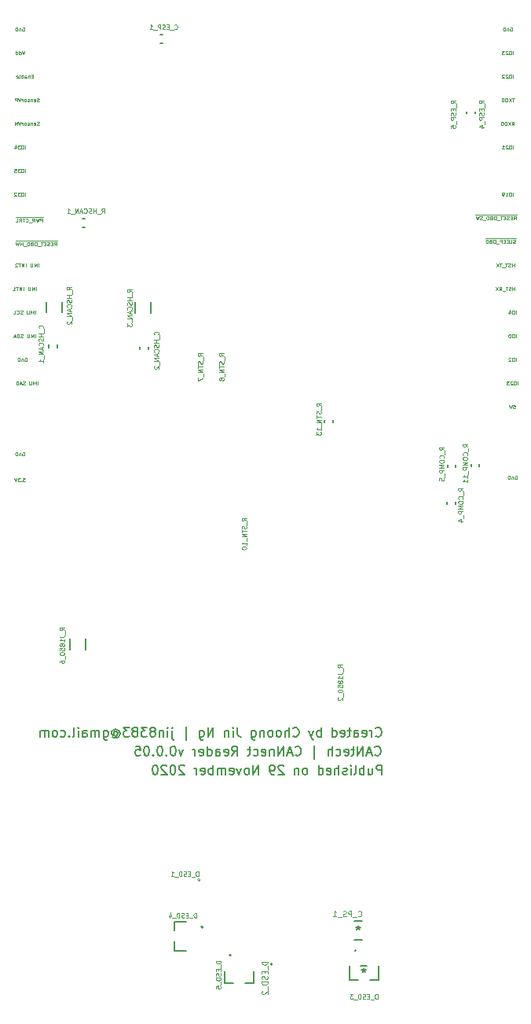
<source format=gbr>
%TF.GenerationSoftware,KiCad,Pcbnew,(5.1.7)-1*%
%TF.CreationDate,2020-11-30T00:01:55-08:00*%
%TF.ProjectId,Reader,52656164-6572-42e6-9b69-6361645f7063,0.0.05*%
%TF.SameCoordinates,Original*%
%TF.FileFunction,Legend,Bot*%
%TF.FilePolarity,Positive*%
%FSLAX46Y46*%
G04 Gerber Fmt 4.6, Leading zero omitted, Abs format (unit mm)*
G04 Created by KiCad (PCBNEW (5.1.7)-1) date 2020-11-30 00:01:55*
%MOMM*%
%LPD*%
G01*
G04 APERTURE LIST*
%ADD10C,0.150000*%
%ADD11C,0.127000*%
%ADD12C,0.152400*%
%ADD13C,0.050000*%
%ADD14C,0.200000*%
%ADD15C,0.080000*%
%ADD16C,0.060000*%
G04 APERTURE END LIST*
D10*
X111901333Y-138628380D02*
X111901333Y-137628380D01*
X111520380Y-137628380D01*
X111425142Y-137676000D01*
X111377523Y-137723619D01*
X111329904Y-137818857D01*
X111329904Y-137961714D01*
X111377523Y-138056952D01*
X111425142Y-138104571D01*
X111520380Y-138152190D01*
X111901333Y-138152190D01*
X110472761Y-137961714D02*
X110472761Y-138628380D01*
X110901333Y-137961714D02*
X110901333Y-138485523D01*
X110853714Y-138580761D01*
X110758476Y-138628380D01*
X110615619Y-138628380D01*
X110520380Y-138580761D01*
X110472761Y-138533142D01*
X109996571Y-138628380D02*
X109996571Y-137628380D01*
X109996571Y-138009333D02*
X109901333Y-137961714D01*
X109710857Y-137961714D01*
X109615619Y-138009333D01*
X109568000Y-138056952D01*
X109520380Y-138152190D01*
X109520380Y-138437904D01*
X109568000Y-138533142D01*
X109615619Y-138580761D01*
X109710857Y-138628380D01*
X109901333Y-138628380D01*
X109996571Y-138580761D01*
X108948952Y-138628380D02*
X109044190Y-138580761D01*
X109091809Y-138485523D01*
X109091809Y-137628380D01*
X108568000Y-138628380D02*
X108568000Y-137961714D01*
X108568000Y-137628380D02*
X108615619Y-137676000D01*
X108568000Y-137723619D01*
X108520380Y-137676000D01*
X108568000Y-137628380D01*
X108568000Y-137723619D01*
X108139428Y-138580761D02*
X108044190Y-138628380D01*
X107853714Y-138628380D01*
X107758476Y-138580761D01*
X107710857Y-138485523D01*
X107710857Y-138437904D01*
X107758476Y-138342666D01*
X107853714Y-138295047D01*
X107996571Y-138295047D01*
X108091809Y-138247428D01*
X108139428Y-138152190D01*
X108139428Y-138104571D01*
X108091809Y-138009333D01*
X107996571Y-137961714D01*
X107853714Y-137961714D01*
X107758476Y-138009333D01*
X107282285Y-138628380D02*
X107282285Y-137628380D01*
X106853714Y-138628380D02*
X106853714Y-138104571D01*
X106901333Y-138009333D01*
X106996571Y-137961714D01*
X107139428Y-137961714D01*
X107234666Y-138009333D01*
X107282285Y-138056952D01*
X105996571Y-138580761D02*
X106091809Y-138628380D01*
X106282285Y-138628380D01*
X106377523Y-138580761D01*
X106425142Y-138485523D01*
X106425142Y-138104571D01*
X106377523Y-138009333D01*
X106282285Y-137961714D01*
X106091809Y-137961714D01*
X105996571Y-138009333D01*
X105948952Y-138104571D01*
X105948952Y-138199809D01*
X106425142Y-138295047D01*
X105091809Y-138628380D02*
X105091809Y-137628380D01*
X105091809Y-138580761D02*
X105187047Y-138628380D01*
X105377523Y-138628380D01*
X105472761Y-138580761D01*
X105520380Y-138533142D01*
X105568000Y-138437904D01*
X105568000Y-138152190D01*
X105520380Y-138056952D01*
X105472761Y-138009333D01*
X105377523Y-137961714D01*
X105187047Y-137961714D01*
X105091809Y-138009333D01*
X103710857Y-138628380D02*
X103806095Y-138580761D01*
X103853714Y-138533142D01*
X103901333Y-138437904D01*
X103901333Y-138152190D01*
X103853714Y-138056952D01*
X103806095Y-138009333D01*
X103710857Y-137961714D01*
X103568000Y-137961714D01*
X103472761Y-138009333D01*
X103425142Y-138056952D01*
X103377523Y-138152190D01*
X103377523Y-138437904D01*
X103425142Y-138533142D01*
X103472761Y-138580761D01*
X103568000Y-138628380D01*
X103710857Y-138628380D01*
X102948952Y-137961714D02*
X102948952Y-138628380D01*
X102948952Y-138056952D02*
X102901333Y-138009333D01*
X102806095Y-137961714D01*
X102663238Y-137961714D01*
X102568000Y-138009333D01*
X102520380Y-138104571D01*
X102520380Y-138628380D01*
X101329904Y-137723619D02*
X101282285Y-137676000D01*
X101187047Y-137628380D01*
X100948952Y-137628380D01*
X100853714Y-137676000D01*
X100806095Y-137723619D01*
X100758476Y-137818857D01*
X100758476Y-137914095D01*
X100806095Y-138056952D01*
X101377523Y-138628380D01*
X100758476Y-138628380D01*
X100282285Y-138628380D02*
X100091809Y-138628380D01*
X99996571Y-138580761D01*
X99948952Y-138533142D01*
X99853714Y-138390285D01*
X99806095Y-138199809D01*
X99806095Y-137818857D01*
X99853714Y-137723619D01*
X99901333Y-137676000D01*
X99996571Y-137628380D01*
X100187047Y-137628380D01*
X100282285Y-137676000D01*
X100329904Y-137723619D01*
X100377523Y-137818857D01*
X100377523Y-138056952D01*
X100329904Y-138152190D01*
X100282285Y-138199809D01*
X100187047Y-138247428D01*
X99996571Y-138247428D01*
X99901333Y-138199809D01*
X99853714Y-138152190D01*
X99806095Y-138056952D01*
X98615619Y-138628380D02*
X98615619Y-137628380D01*
X98044190Y-138628380D01*
X98044190Y-137628380D01*
X97425142Y-138628380D02*
X97520380Y-138580761D01*
X97568000Y-138533142D01*
X97615619Y-138437904D01*
X97615619Y-138152190D01*
X97568000Y-138056952D01*
X97520380Y-138009333D01*
X97425142Y-137961714D01*
X97282285Y-137961714D01*
X97187047Y-138009333D01*
X97139428Y-138056952D01*
X97091809Y-138152190D01*
X97091809Y-138437904D01*
X97139428Y-138533142D01*
X97187047Y-138580761D01*
X97282285Y-138628380D01*
X97425142Y-138628380D01*
X96758476Y-137961714D02*
X96520380Y-138628380D01*
X96282285Y-137961714D01*
X95520380Y-138580761D02*
X95615619Y-138628380D01*
X95806095Y-138628380D01*
X95901333Y-138580761D01*
X95948952Y-138485523D01*
X95948952Y-138104571D01*
X95901333Y-138009333D01*
X95806095Y-137961714D01*
X95615619Y-137961714D01*
X95520380Y-138009333D01*
X95472761Y-138104571D01*
X95472761Y-138199809D01*
X95948952Y-138295047D01*
X95044190Y-138628380D02*
X95044190Y-137961714D01*
X95044190Y-138056952D02*
X94996571Y-138009333D01*
X94901333Y-137961714D01*
X94758476Y-137961714D01*
X94663238Y-138009333D01*
X94615619Y-138104571D01*
X94615619Y-138628380D01*
X94615619Y-138104571D02*
X94568000Y-138009333D01*
X94472761Y-137961714D01*
X94329904Y-137961714D01*
X94234666Y-138009333D01*
X94187047Y-138104571D01*
X94187047Y-138628380D01*
X93710857Y-138628380D02*
X93710857Y-137628380D01*
X93710857Y-138009333D02*
X93615619Y-137961714D01*
X93425142Y-137961714D01*
X93329904Y-138009333D01*
X93282285Y-138056952D01*
X93234666Y-138152190D01*
X93234666Y-138437904D01*
X93282285Y-138533142D01*
X93329904Y-138580761D01*
X93425142Y-138628380D01*
X93615619Y-138628380D01*
X93710857Y-138580761D01*
X92425142Y-138580761D02*
X92520380Y-138628380D01*
X92710857Y-138628380D01*
X92806095Y-138580761D01*
X92853714Y-138485523D01*
X92853714Y-138104571D01*
X92806095Y-138009333D01*
X92710857Y-137961714D01*
X92520380Y-137961714D01*
X92425142Y-138009333D01*
X92377523Y-138104571D01*
X92377523Y-138199809D01*
X92853714Y-138295047D01*
X91948952Y-138628380D02*
X91948952Y-137961714D01*
X91948952Y-138152190D02*
X91901333Y-138056952D01*
X91853714Y-138009333D01*
X91758476Y-137961714D01*
X91663238Y-137961714D01*
X90615619Y-137723619D02*
X90568000Y-137676000D01*
X90472761Y-137628380D01*
X90234666Y-137628380D01*
X90139428Y-137676000D01*
X90091809Y-137723619D01*
X90044190Y-137818857D01*
X90044190Y-137914095D01*
X90091809Y-138056952D01*
X90663238Y-138628380D01*
X90044190Y-138628380D01*
X89425142Y-137628380D02*
X89329904Y-137628380D01*
X89234666Y-137676000D01*
X89187047Y-137723619D01*
X89139428Y-137818857D01*
X89091809Y-138009333D01*
X89091809Y-138247428D01*
X89139428Y-138437904D01*
X89187047Y-138533142D01*
X89234666Y-138580761D01*
X89329904Y-138628380D01*
X89425142Y-138628380D01*
X89520380Y-138580761D01*
X89568000Y-138533142D01*
X89615619Y-138437904D01*
X89663238Y-138247428D01*
X89663238Y-138009333D01*
X89615619Y-137818857D01*
X89568000Y-137723619D01*
X89520380Y-137676000D01*
X89425142Y-137628380D01*
X88710857Y-137723619D02*
X88663238Y-137676000D01*
X88568000Y-137628380D01*
X88329904Y-137628380D01*
X88234666Y-137676000D01*
X88187047Y-137723619D01*
X88139428Y-137818857D01*
X88139428Y-137914095D01*
X88187047Y-138056952D01*
X88758476Y-138628380D01*
X88139428Y-138628380D01*
X87520380Y-137628380D02*
X87425142Y-137628380D01*
X87329904Y-137676000D01*
X87282285Y-137723619D01*
X87234666Y-137818857D01*
X87187047Y-138009333D01*
X87187047Y-138247428D01*
X87234666Y-138437904D01*
X87282285Y-138533142D01*
X87329904Y-138580761D01*
X87425142Y-138628380D01*
X87520380Y-138628380D01*
X87615619Y-138580761D01*
X87663238Y-138533142D01*
X87710857Y-138437904D01*
X87758476Y-138247428D01*
X87758476Y-138009333D01*
X87710857Y-137818857D01*
X87663238Y-137723619D01*
X87615619Y-137676000D01*
X87520380Y-137628380D01*
X111171047Y-136501142D02*
X111218666Y-136548761D01*
X111361523Y-136596380D01*
X111456761Y-136596380D01*
X111599619Y-136548761D01*
X111694857Y-136453523D01*
X111742476Y-136358285D01*
X111790095Y-136167809D01*
X111790095Y-136024952D01*
X111742476Y-135834476D01*
X111694857Y-135739238D01*
X111599619Y-135644000D01*
X111456761Y-135596380D01*
X111361523Y-135596380D01*
X111218666Y-135644000D01*
X111171047Y-135691619D01*
X110790095Y-136310666D02*
X110313904Y-136310666D01*
X110885333Y-136596380D02*
X110552000Y-135596380D01*
X110218666Y-136596380D01*
X109885333Y-136596380D02*
X109885333Y-135596380D01*
X109313904Y-136596380D01*
X109313904Y-135596380D01*
X108980571Y-135929714D02*
X108599619Y-135929714D01*
X108837714Y-135596380D02*
X108837714Y-136453523D01*
X108790095Y-136548761D01*
X108694857Y-136596380D01*
X108599619Y-136596380D01*
X107885333Y-136548761D02*
X107980571Y-136596380D01*
X108171047Y-136596380D01*
X108266285Y-136548761D01*
X108313904Y-136453523D01*
X108313904Y-136072571D01*
X108266285Y-135977333D01*
X108171047Y-135929714D01*
X107980571Y-135929714D01*
X107885333Y-135977333D01*
X107837714Y-136072571D01*
X107837714Y-136167809D01*
X108313904Y-136263047D01*
X106980571Y-136548761D02*
X107075809Y-136596380D01*
X107266285Y-136596380D01*
X107361523Y-136548761D01*
X107409142Y-136501142D01*
X107456761Y-136405904D01*
X107456761Y-136120190D01*
X107409142Y-136024952D01*
X107361523Y-135977333D01*
X107266285Y-135929714D01*
X107075809Y-135929714D01*
X106980571Y-135977333D01*
X106552000Y-136596380D02*
X106552000Y-135596380D01*
X106123428Y-136596380D02*
X106123428Y-136072571D01*
X106171047Y-135977333D01*
X106266285Y-135929714D01*
X106409142Y-135929714D01*
X106504380Y-135977333D01*
X106552000Y-136024952D01*
X104647238Y-136929714D02*
X104647238Y-135501142D01*
X102599619Y-136501142D02*
X102647238Y-136548761D01*
X102790095Y-136596380D01*
X102885333Y-136596380D01*
X103028190Y-136548761D01*
X103123428Y-136453523D01*
X103171047Y-136358285D01*
X103218666Y-136167809D01*
X103218666Y-136024952D01*
X103171047Y-135834476D01*
X103123428Y-135739238D01*
X103028190Y-135644000D01*
X102885333Y-135596380D01*
X102790095Y-135596380D01*
X102647238Y-135644000D01*
X102599619Y-135691619D01*
X102218666Y-136310666D02*
X101742476Y-136310666D01*
X102313904Y-136596380D02*
X101980571Y-135596380D01*
X101647238Y-136596380D01*
X101313904Y-136596380D02*
X101313904Y-135596380D01*
X100742476Y-136596380D01*
X100742476Y-135596380D01*
X100266285Y-135929714D02*
X100266285Y-136596380D01*
X100266285Y-136024952D02*
X100218666Y-135977333D01*
X100123428Y-135929714D01*
X99980571Y-135929714D01*
X99885333Y-135977333D01*
X99837714Y-136072571D01*
X99837714Y-136596380D01*
X98980571Y-136548761D02*
X99075809Y-136596380D01*
X99266285Y-136596380D01*
X99361523Y-136548761D01*
X99409142Y-136453523D01*
X99409142Y-136072571D01*
X99361523Y-135977333D01*
X99266285Y-135929714D01*
X99075809Y-135929714D01*
X98980571Y-135977333D01*
X98932952Y-136072571D01*
X98932952Y-136167809D01*
X99409142Y-136263047D01*
X98075809Y-136548761D02*
X98171047Y-136596380D01*
X98361523Y-136596380D01*
X98456761Y-136548761D01*
X98504380Y-136501142D01*
X98552000Y-136405904D01*
X98552000Y-136120190D01*
X98504380Y-136024952D01*
X98456761Y-135977333D01*
X98361523Y-135929714D01*
X98171047Y-135929714D01*
X98075809Y-135977333D01*
X97790095Y-135929714D02*
X97409142Y-135929714D01*
X97647238Y-135596380D02*
X97647238Y-136453523D01*
X97599619Y-136548761D01*
X97504380Y-136596380D01*
X97409142Y-136596380D01*
X95742476Y-136596380D02*
X96075809Y-136120190D01*
X96313904Y-136596380D02*
X96313904Y-135596380D01*
X95932952Y-135596380D01*
X95837714Y-135644000D01*
X95790095Y-135691619D01*
X95742476Y-135786857D01*
X95742476Y-135929714D01*
X95790095Y-136024952D01*
X95837714Y-136072571D01*
X95932952Y-136120190D01*
X96313904Y-136120190D01*
X94932952Y-136548761D02*
X95028190Y-136596380D01*
X95218666Y-136596380D01*
X95313904Y-136548761D01*
X95361523Y-136453523D01*
X95361523Y-136072571D01*
X95313904Y-135977333D01*
X95218666Y-135929714D01*
X95028190Y-135929714D01*
X94932952Y-135977333D01*
X94885333Y-136072571D01*
X94885333Y-136167809D01*
X95361523Y-136263047D01*
X94028190Y-136596380D02*
X94028190Y-136072571D01*
X94075809Y-135977333D01*
X94171047Y-135929714D01*
X94361523Y-135929714D01*
X94456761Y-135977333D01*
X94028190Y-136548761D02*
X94123428Y-136596380D01*
X94361523Y-136596380D01*
X94456761Y-136548761D01*
X94504380Y-136453523D01*
X94504380Y-136358285D01*
X94456761Y-136263047D01*
X94361523Y-136215428D01*
X94123428Y-136215428D01*
X94028190Y-136167809D01*
X93123428Y-136596380D02*
X93123428Y-135596380D01*
X93123428Y-136548761D02*
X93218666Y-136596380D01*
X93409142Y-136596380D01*
X93504380Y-136548761D01*
X93552000Y-136501142D01*
X93599619Y-136405904D01*
X93599619Y-136120190D01*
X93552000Y-136024952D01*
X93504380Y-135977333D01*
X93409142Y-135929714D01*
X93218666Y-135929714D01*
X93123428Y-135977333D01*
X92266285Y-136548761D02*
X92361523Y-136596380D01*
X92552000Y-136596380D01*
X92647238Y-136548761D01*
X92694857Y-136453523D01*
X92694857Y-136072571D01*
X92647238Y-135977333D01*
X92552000Y-135929714D01*
X92361523Y-135929714D01*
X92266285Y-135977333D01*
X92218666Y-136072571D01*
X92218666Y-136167809D01*
X92694857Y-136263047D01*
X91790095Y-136596380D02*
X91790095Y-135929714D01*
X91790095Y-136120190D02*
X91742476Y-136024952D01*
X91694857Y-135977333D01*
X91599619Y-135929714D01*
X91504380Y-135929714D01*
X90504380Y-135929714D02*
X90266285Y-136596380D01*
X90028190Y-135929714D01*
X89456761Y-135596380D02*
X89361523Y-135596380D01*
X89266285Y-135644000D01*
X89218666Y-135691619D01*
X89171047Y-135786857D01*
X89123428Y-135977333D01*
X89123428Y-136215428D01*
X89171047Y-136405904D01*
X89218666Y-136501142D01*
X89266285Y-136548761D01*
X89361523Y-136596380D01*
X89456761Y-136596380D01*
X89552000Y-136548761D01*
X89599619Y-136501142D01*
X89647238Y-136405904D01*
X89694857Y-136215428D01*
X89694857Y-135977333D01*
X89647238Y-135786857D01*
X89599619Y-135691619D01*
X89552000Y-135644000D01*
X89456761Y-135596380D01*
X88694857Y-136501142D02*
X88647238Y-136548761D01*
X88694857Y-136596380D01*
X88742476Y-136548761D01*
X88694857Y-136501142D01*
X88694857Y-136596380D01*
X88028190Y-135596380D02*
X87932952Y-135596380D01*
X87837714Y-135644000D01*
X87790095Y-135691619D01*
X87742476Y-135786857D01*
X87694857Y-135977333D01*
X87694857Y-136215428D01*
X87742476Y-136405904D01*
X87790095Y-136501142D01*
X87837714Y-136548761D01*
X87932952Y-136596380D01*
X88028190Y-136596380D01*
X88123428Y-136548761D01*
X88171047Y-136501142D01*
X88218666Y-136405904D01*
X88266285Y-136215428D01*
X88266285Y-135977333D01*
X88218666Y-135786857D01*
X88171047Y-135691619D01*
X88123428Y-135644000D01*
X88028190Y-135596380D01*
X87266285Y-136501142D02*
X87218666Y-136548761D01*
X87266285Y-136596380D01*
X87313904Y-136548761D01*
X87266285Y-136501142D01*
X87266285Y-136596380D01*
X86599619Y-135596380D02*
X86504380Y-135596380D01*
X86409142Y-135644000D01*
X86361523Y-135691619D01*
X86313904Y-135786857D01*
X86266285Y-135977333D01*
X86266285Y-136215428D01*
X86313904Y-136405904D01*
X86361523Y-136501142D01*
X86409142Y-136548761D01*
X86504380Y-136596380D01*
X86599619Y-136596380D01*
X86694857Y-136548761D01*
X86742476Y-136501142D01*
X86790095Y-136405904D01*
X86837714Y-136215428D01*
X86837714Y-135977333D01*
X86790095Y-135786857D01*
X86742476Y-135691619D01*
X86694857Y-135644000D01*
X86599619Y-135596380D01*
X85361523Y-135596380D02*
X85837714Y-135596380D01*
X85885333Y-136072571D01*
X85837714Y-136024952D01*
X85742476Y-135977333D01*
X85504380Y-135977333D01*
X85409142Y-136024952D01*
X85361523Y-136072571D01*
X85313904Y-136167809D01*
X85313904Y-136405904D01*
X85361523Y-136501142D01*
X85409142Y-136548761D01*
X85504380Y-136596380D01*
X85742476Y-136596380D01*
X85837714Y-136548761D01*
X85885333Y-136501142D01*
X111257714Y-134469142D02*
X111305333Y-134516761D01*
X111448190Y-134564380D01*
X111543428Y-134564380D01*
X111686285Y-134516761D01*
X111781523Y-134421523D01*
X111829142Y-134326285D01*
X111876761Y-134135809D01*
X111876761Y-133992952D01*
X111829142Y-133802476D01*
X111781523Y-133707238D01*
X111686285Y-133612000D01*
X111543428Y-133564380D01*
X111448190Y-133564380D01*
X111305333Y-133612000D01*
X111257714Y-133659619D01*
X110829142Y-134564380D02*
X110829142Y-133897714D01*
X110829142Y-134088190D02*
X110781523Y-133992952D01*
X110733904Y-133945333D01*
X110638666Y-133897714D01*
X110543428Y-133897714D01*
X109829142Y-134516761D02*
X109924380Y-134564380D01*
X110114857Y-134564380D01*
X110210095Y-134516761D01*
X110257714Y-134421523D01*
X110257714Y-134040571D01*
X110210095Y-133945333D01*
X110114857Y-133897714D01*
X109924380Y-133897714D01*
X109829142Y-133945333D01*
X109781523Y-134040571D01*
X109781523Y-134135809D01*
X110257714Y-134231047D01*
X108924380Y-134564380D02*
X108924380Y-134040571D01*
X108972000Y-133945333D01*
X109067238Y-133897714D01*
X109257714Y-133897714D01*
X109352952Y-133945333D01*
X108924380Y-134516761D02*
X109019619Y-134564380D01*
X109257714Y-134564380D01*
X109352952Y-134516761D01*
X109400571Y-134421523D01*
X109400571Y-134326285D01*
X109352952Y-134231047D01*
X109257714Y-134183428D01*
X109019619Y-134183428D01*
X108924380Y-134135809D01*
X108591047Y-133897714D02*
X108210095Y-133897714D01*
X108448190Y-133564380D02*
X108448190Y-134421523D01*
X108400571Y-134516761D01*
X108305333Y-134564380D01*
X108210095Y-134564380D01*
X107495809Y-134516761D02*
X107591047Y-134564380D01*
X107781523Y-134564380D01*
X107876761Y-134516761D01*
X107924380Y-134421523D01*
X107924380Y-134040571D01*
X107876761Y-133945333D01*
X107781523Y-133897714D01*
X107591047Y-133897714D01*
X107495809Y-133945333D01*
X107448190Y-134040571D01*
X107448190Y-134135809D01*
X107924380Y-134231047D01*
X106591047Y-134564380D02*
X106591047Y-133564380D01*
X106591047Y-134516761D02*
X106686285Y-134564380D01*
X106876761Y-134564380D01*
X106972000Y-134516761D01*
X107019619Y-134469142D01*
X107067238Y-134373904D01*
X107067238Y-134088190D01*
X107019619Y-133992952D01*
X106972000Y-133945333D01*
X106876761Y-133897714D01*
X106686285Y-133897714D01*
X106591047Y-133945333D01*
X105352952Y-134564380D02*
X105352952Y-133564380D01*
X105352952Y-133945333D02*
X105257714Y-133897714D01*
X105067238Y-133897714D01*
X104972000Y-133945333D01*
X104924380Y-133992952D01*
X104876761Y-134088190D01*
X104876761Y-134373904D01*
X104924380Y-134469142D01*
X104972000Y-134516761D01*
X105067238Y-134564380D01*
X105257714Y-134564380D01*
X105352952Y-134516761D01*
X104543428Y-133897714D02*
X104305333Y-134564380D01*
X104067238Y-133897714D02*
X104305333Y-134564380D01*
X104400571Y-134802476D01*
X104448190Y-134850095D01*
X104543428Y-134897714D01*
X102352952Y-134469142D02*
X102400571Y-134516761D01*
X102543428Y-134564380D01*
X102638666Y-134564380D01*
X102781523Y-134516761D01*
X102876761Y-134421523D01*
X102924380Y-134326285D01*
X102972000Y-134135809D01*
X102972000Y-133992952D01*
X102924380Y-133802476D01*
X102876761Y-133707238D01*
X102781523Y-133612000D01*
X102638666Y-133564380D01*
X102543428Y-133564380D01*
X102400571Y-133612000D01*
X102352952Y-133659619D01*
X101924380Y-134564380D02*
X101924380Y-133564380D01*
X101495809Y-134564380D02*
X101495809Y-134040571D01*
X101543428Y-133945333D01*
X101638666Y-133897714D01*
X101781523Y-133897714D01*
X101876761Y-133945333D01*
X101924380Y-133992952D01*
X100876761Y-134564380D02*
X100972000Y-134516761D01*
X101019619Y-134469142D01*
X101067238Y-134373904D01*
X101067238Y-134088190D01*
X101019619Y-133992952D01*
X100972000Y-133945333D01*
X100876761Y-133897714D01*
X100733904Y-133897714D01*
X100638666Y-133945333D01*
X100591047Y-133992952D01*
X100543428Y-134088190D01*
X100543428Y-134373904D01*
X100591047Y-134469142D01*
X100638666Y-134516761D01*
X100733904Y-134564380D01*
X100876761Y-134564380D01*
X99972000Y-134564380D02*
X100067238Y-134516761D01*
X100114857Y-134469142D01*
X100162476Y-134373904D01*
X100162476Y-134088190D01*
X100114857Y-133992952D01*
X100067238Y-133945333D01*
X99972000Y-133897714D01*
X99829142Y-133897714D01*
X99733904Y-133945333D01*
X99686285Y-133992952D01*
X99638666Y-134088190D01*
X99638666Y-134373904D01*
X99686285Y-134469142D01*
X99733904Y-134516761D01*
X99829142Y-134564380D01*
X99972000Y-134564380D01*
X99210095Y-133897714D02*
X99210095Y-134564380D01*
X99210095Y-133992952D02*
X99162476Y-133945333D01*
X99067238Y-133897714D01*
X98924380Y-133897714D01*
X98829142Y-133945333D01*
X98781523Y-134040571D01*
X98781523Y-134564380D01*
X97876761Y-133897714D02*
X97876761Y-134707238D01*
X97924380Y-134802476D01*
X97972000Y-134850095D01*
X98067238Y-134897714D01*
X98210095Y-134897714D01*
X98305333Y-134850095D01*
X97876761Y-134516761D02*
X97972000Y-134564380D01*
X98162476Y-134564380D01*
X98257714Y-134516761D01*
X98305333Y-134469142D01*
X98352952Y-134373904D01*
X98352952Y-134088190D01*
X98305333Y-133992952D01*
X98257714Y-133945333D01*
X98162476Y-133897714D01*
X97972000Y-133897714D01*
X97876761Y-133945333D01*
X96352952Y-133564380D02*
X96352952Y-134278666D01*
X96400571Y-134421523D01*
X96495809Y-134516761D01*
X96638666Y-134564380D01*
X96733904Y-134564380D01*
X95876761Y-134564380D02*
X95876761Y-133897714D01*
X95876761Y-133564380D02*
X95924380Y-133612000D01*
X95876761Y-133659619D01*
X95829142Y-133612000D01*
X95876761Y-133564380D01*
X95876761Y-133659619D01*
X95400571Y-133897714D02*
X95400571Y-134564380D01*
X95400571Y-133992952D02*
X95352952Y-133945333D01*
X95257714Y-133897714D01*
X95114857Y-133897714D01*
X95019619Y-133945333D01*
X94972000Y-134040571D01*
X94972000Y-134564380D01*
X93733904Y-134564380D02*
X93733904Y-133564380D01*
X93162476Y-134564380D01*
X93162476Y-133564380D01*
X92257714Y-133897714D02*
X92257714Y-134707238D01*
X92305333Y-134802476D01*
X92352952Y-134850095D01*
X92448190Y-134897714D01*
X92591047Y-134897714D01*
X92686285Y-134850095D01*
X92257714Y-134516761D02*
X92352952Y-134564380D01*
X92543428Y-134564380D01*
X92638666Y-134516761D01*
X92686285Y-134469142D01*
X92733904Y-134373904D01*
X92733904Y-134088190D01*
X92686285Y-133992952D01*
X92638666Y-133945333D01*
X92543428Y-133897714D01*
X92352952Y-133897714D01*
X92257714Y-133945333D01*
X90781523Y-134897714D02*
X90781523Y-133469142D01*
X89305333Y-133897714D02*
X89305333Y-134754857D01*
X89352952Y-134850095D01*
X89448190Y-134897714D01*
X89495809Y-134897714D01*
X89305333Y-133564380D02*
X89352952Y-133612000D01*
X89305333Y-133659619D01*
X89257714Y-133612000D01*
X89305333Y-133564380D01*
X89305333Y-133659619D01*
X88829142Y-134564380D02*
X88829142Y-133897714D01*
X88829142Y-133564380D02*
X88876761Y-133612000D01*
X88829142Y-133659619D01*
X88781523Y-133612000D01*
X88829142Y-133564380D01*
X88829142Y-133659619D01*
X88352952Y-133897714D02*
X88352952Y-134564380D01*
X88352952Y-133992952D02*
X88305333Y-133945333D01*
X88210095Y-133897714D01*
X88067238Y-133897714D01*
X87972000Y-133945333D01*
X87924380Y-134040571D01*
X87924380Y-134564380D01*
X87305333Y-133992952D02*
X87400571Y-133945333D01*
X87448190Y-133897714D01*
X87495809Y-133802476D01*
X87495809Y-133754857D01*
X87448190Y-133659619D01*
X87400571Y-133612000D01*
X87305333Y-133564380D01*
X87114857Y-133564380D01*
X87019619Y-133612000D01*
X86972000Y-133659619D01*
X86924380Y-133754857D01*
X86924380Y-133802476D01*
X86972000Y-133897714D01*
X87019619Y-133945333D01*
X87114857Y-133992952D01*
X87305333Y-133992952D01*
X87400571Y-134040571D01*
X87448190Y-134088190D01*
X87495809Y-134183428D01*
X87495809Y-134373904D01*
X87448190Y-134469142D01*
X87400571Y-134516761D01*
X87305333Y-134564380D01*
X87114857Y-134564380D01*
X87019619Y-134516761D01*
X86972000Y-134469142D01*
X86924380Y-134373904D01*
X86924380Y-134183428D01*
X86972000Y-134088190D01*
X87019619Y-134040571D01*
X87114857Y-133992952D01*
X86591047Y-133564380D02*
X85972000Y-133564380D01*
X86305333Y-133945333D01*
X86162476Y-133945333D01*
X86067238Y-133992952D01*
X86019619Y-134040571D01*
X85972000Y-134135809D01*
X85972000Y-134373904D01*
X86019619Y-134469142D01*
X86067238Y-134516761D01*
X86162476Y-134564380D01*
X86448190Y-134564380D01*
X86543428Y-134516761D01*
X86591047Y-134469142D01*
X85400571Y-133992952D02*
X85495809Y-133945333D01*
X85543428Y-133897714D01*
X85591047Y-133802476D01*
X85591047Y-133754857D01*
X85543428Y-133659619D01*
X85495809Y-133612000D01*
X85400571Y-133564380D01*
X85210095Y-133564380D01*
X85114857Y-133612000D01*
X85067238Y-133659619D01*
X85019619Y-133754857D01*
X85019619Y-133802476D01*
X85067238Y-133897714D01*
X85114857Y-133945333D01*
X85210095Y-133992952D01*
X85400571Y-133992952D01*
X85495809Y-134040571D01*
X85543428Y-134088190D01*
X85591047Y-134183428D01*
X85591047Y-134373904D01*
X85543428Y-134469142D01*
X85495809Y-134516761D01*
X85400571Y-134564380D01*
X85210095Y-134564380D01*
X85114857Y-134516761D01*
X85067238Y-134469142D01*
X85019619Y-134373904D01*
X85019619Y-134183428D01*
X85067238Y-134088190D01*
X85114857Y-134040571D01*
X85210095Y-133992952D01*
X84686285Y-133564380D02*
X84067238Y-133564380D01*
X84400571Y-133945333D01*
X84257714Y-133945333D01*
X84162476Y-133992952D01*
X84114857Y-134040571D01*
X84067238Y-134135809D01*
X84067238Y-134373904D01*
X84114857Y-134469142D01*
X84162476Y-134516761D01*
X84257714Y-134564380D01*
X84543428Y-134564380D01*
X84638666Y-134516761D01*
X84686285Y-134469142D01*
X83019619Y-134088190D02*
X83067238Y-134040571D01*
X83162476Y-133992952D01*
X83257714Y-133992952D01*
X83352952Y-134040571D01*
X83400571Y-134088190D01*
X83448190Y-134183428D01*
X83448190Y-134278666D01*
X83400571Y-134373904D01*
X83352952Y-134421523D01*
X83257714Y-134469142D01*
X83162476Y-134469142D01*
X83067238Y-134421523D01*
X83019619Y-134373904D01*
X83019619Y-133992952D02*
X83019619Y-134373904D01*
X82972000Y-134421523D01*
X82924380Y-134421523D01*
X82829142Y-134373904D01*
X82781523Y-134278666D01*
X82781523Y-134040571D01*
X82876761Y-133897714D01*
X83019619Y-133802476D01*
X83210095Y-133754857D01*
X83400571Y-133802476D01*
X83543428Y-133897714D01*
X83638666Y-134040571D01*
X83686285Y-134231047D01*
X83638666Y-134421523D01*
X83543428Y-134564380D01*
X83400571Y-134659619D01*
X83210095Y-134707238D01*
X83019619Y-134659619D01*
X82876761Y-134564380D01*
X81924380Y-133897714D02*
X81924380Y-134707238D01*
X81972000Y-134802476D01*
X82019619Y-134850095D01*
X82114857Y-134897714D01*
X82257714Y-134897714D01*
X82352952Y-134850095D01*
X81924380Y-134516761D02*
X82019619Y-134564380D01*
X82210095Y-134564380D01*
X82305333Y-134516761D01*
X82352952Y-134469142D01*
X82400571Y-134373904D01*
X82400571Y-134088190D01*
X82352952Y-133992952D01*
X82305333Y-133945333D01*
X82210095Y-133897714D01*
X82019619Y-133897714D01*
X81924380Y-133945333D01*
X81448190Y-134564380D02*
X81448190Y-133897714D01*
X81448190Y-133992952D02*
X81400571Y-133945333D01*
X81305333Y-133897714D01*
X81162476Y-133897714D01*
X81067238Y-133945333D01*
X81019619Y-134040571D01*
X81019619Y-134564380D01*
X81019619Y-134040571D02*
X80972000Y-133945333D01*
X80876761Y-133897714D01*
X80733904Y-133897714D01*
X80638666Y-133945333D01*
X80591047Y-134040571D01*
X80591047Y-134564380D01*
X79686285Y-134564380D02*
X79686285Y-134040571D01*
X79733904Y-133945333D01*
X79829142Y-133897714D01*
X80019619Y-133897714D01*
X80114857Y-133945333D01*
X79686285Y-134516761D02*
X79781523Y-134564380D01*
X80019619Y-134564380D01*
X80114857Y-134516761D01*
X80162476Y-134421523D01*
X80162476Y-134326285D01*
X80114857Y-134231047D01*
X80019619Y-134183428D01*
X79781523Y-134183428D01*
X79686285Y-134135809D01*
X79210095Y-134564380D02*
X79210095Y-133897714D01*
X79210095Y-133564380D02*
X79257714Y-133612000D01*
X79210095Y-133659619D01*
X79162476Y-133612000D01*
X79210095Y-133564380D01*
X79210095Y-133659619D01*
X78591047Y-134564380D02*
X78686285Y-134516761D01*
X78733904Y-134421523D01*
X78733904Y-133564380D01*
X78210095Y-134469142D02*
X78162476Y-134516761D01*
X78210095Y-134564380D01*
X78257714Y-134516761D01*
X78210095Y-134469142D01*
X78210095Y-134564380D01*
X77305333Y-134516761D02*
X77400571Y-134564380D01*
X77591047Y-134564380D01*
X77686285Y-134516761D01*
X77733904Y-134469142D01*
X77781523Y-134373904D01*
X77781523Y-134088190D01*
X77733904Y-133992952D01*
X77686285Y-133945333D01*
X77591047Y-133897714D01*
X77400571Y-133897714D01*
X77305333Y-133945333D01*
X76733904Y-134564380D02*
X76829142Y-134516761D01*
X76876761Y-134469142D01*
X76924380Y-134373904D01*
X76924380Y-134088190D01*
X76876761Y-133992952D01*
X76829142Y-133945333D01*
X76733904Y-133897714D01*
X76591047Y-133897714D01*
X76495809Y-133945333D01*
X76448190Y-133992952D01*
X76400571Y-134088190D01*
X76400571Y-134373904D01*
X76448190Y-134469142D01*
X76495809Y-134516761D01*
X76591047Y-134564380D01*
X76733904Y-134564380D01*
X75972000Y-134564380D02*
X75972000Y-133897714D01*
X75972000Y-133992952D02*
X75924380Y-133945333D01*
X75829142Y-133897714D01*
X75686285Y-133897714D01*
X75591047Y-133945333D01*
X75543428Y-134040571D01*
X75543428Y-134564380D01*
X75543428Y-134040571D02*
X75495809Y-133945333D01*
X75400571Y-133897714D01*
X75257714Y-133897714D01*
X75162476Y-133945333D01*
X75114857Y-134040571D01*
X75114857Y-134564380D01*
D11*
%TO.C,C_ESP_1*%
X88288000Y-59886000D02*
X87988000Y-59886000D01*
X88288000Y-58986000D02*
X87988000Y-58986000D01*
%TO.C,C_HSCAN_1*%
X76904000Y-92369500D02*
X76904000Y-92669500D01*
X76004000Y-92369500D02*
X76004000Y-92669500D01*
%TO.C,C_HSCAN_2*%
X85846500Y-92560000D02*
X85846500Y-92860000D01*
X86746500Y-92560000D02*
X86746500Y-92860000D01*
D12*
%TO.C,C_PS_1*%
X108907549Y-154421002D02*
X109792447Y-154421002D01*
X109792447Y-156474998D02*
X108907549Y-156474998D01*
D13*
%TO.C,D_ESD_1*%
X92346419Y-149974500D02*
G75*
G03*
X92346419Y-149974500I-141419J0D01*
G01*
X92346419Y-149974500D02*
G75*
G03*
X92346419Y-149974500I-141419J0D01*
G01*
%TO.C,D_ESD_2*%
X100141419Y-159064500D02*
G75*
G03*
X100141419Y-159064500I-141419J0D01*
G01*
X100141419Y-159064500D02*
G75*
G03*
X100141419Y-159064500I-141419J0D01*
G01*
D12*
%TO.C,D_ESD_3*%
X109108200Y-157612601D02*
G75*
G03*
X109108200Y-157612601I-76200J0D01*
G01*
X109365260Y-160794700D02*
X108407200Y-160794700D01*
X108407200Y-160794700D02*
X108407200Y-159245300D01*
X111556800Y-160794700D02*
X110598740Y-160794700D01*
X111556800Y-159245300D02*
X111556800Y-160794700D01*
X109648739Y-159245300D02*
X110315261Y-159245300D01*
D14*
%TO.C,D_ESD_4*%
X92630000Y-155069500D02*
G75*
G03*
X92630000Y-155069500I-100000J0D01*
G01*
D11*
X89520000Y-154455500D02*
X89520000Y-155405500D01*
X89520000Y-157583500D02*
X89520000Y-156633500D01*
X89520000Y-157583500D02*
X90820000Y-157583500D01*
X90820000Y-154455500D02*
X89520000Y-154455500D01*
%TO.C,D_ESD_5*%
X94956000Y-159814500D02*
X94956000Y-161114500D01*
X98084000Y-161114500D02*
X98084000Y-159814500D01*
X98084000Y-161114500D02*
X97134000Y-161114500D01*
X94956000Y-161114500D02*
X95906000Y-161114500D01*
D14*
X95670000Y-158104500D02*
G75*
G03*
X95670000Y-158104500I-100000J0D01*
G01*
D11*
%TO.C,R_COMP_5*%
X119893500Y-105300000D02*
X119893500Y-105520000D01*
X118993500Y-105300000D02*
X118993500Y-105520000D01*
%TO.C,R_COMP_4*%
X118930000Y-109520500D02*
X118930000Y-109300500D01*
X119830000Y-109520500D02*
X119830000Y-109300500D01*
%TO.C,R_COMP_11*%
X121533500Y-105236500D02*
X121533500Y-105456500D01*
X122433500Y-105236500D02*
X122433500Y-105456500D01*
%TO.C,R_ESP_4*%
X121989000Y-67269000D02*
X121989000Y-67489000D01*
X121089000Y-67269000D02*
X121089000Y-67489000D01*
%TO.C,R_HSCAN_1*%
X79646000Y-78798000D02*
X79866000Y-78798000D01*
X79646000Y-79698000D02*
X79866000Y-79698000D01*
%TO.C,R_HSCAN_2*%
X75751000Y-87748500D02*
X75751000Y-88908500D01*
X77411000Y-87748500D02*
X77411000Y-88908500D01*
%TO.C,R_HSCAN_3*%
X86999500Y-87812000D02*
X86999500Y-88972000D01*
X85339500Y-87812000D02*
X85339500Y-88972000D01*
%TO.C,R_J1850_6*%
X79951000Y-124007000D02*
X79951000Y-125167000D01*
X78291000Y-124007000D02*
X78291000Y-125167000D01*
%TO.C,R_STN_13*%
X106622000Y-100474000D02*
X106622000Y-100694000D01*
X105722000Y-100474000D02*
X105722000Y-100694000D01*
%TO.C,R_STN_10*%
D15*
X97308190Y-111309142D02*
X97070095Y-111142476D01*
X97308190Y-111023428D02*
X96808190Y-111023428D01*
X96808190Y-111213904D01*
X96832000Y-111261523D01*
X96855809Y-111285333D01*
X96903428Y-111309142D01*
X96974857Y-111309142D01*
X97022476Y-111285333D01*
X97046285Y-111261523D01*
X97070095Y-111213904D01*
X97070095Y-111023428D01*
X97355809Y-111404380D02*
X97355809Y-111785333D01*
X97284380Y-111880571D02*
X97308190Y-111952000D01*
X97308190Y-112071047D01*
X97284380Y-112118666D01*
X97260571Y-112142476D01*
X97212952Y-112166285D01*
X97165333Y-112166285D01*
X97117714Y-112142476D01*
X97093904Y-112118666D01*
X97070095Y-112071047D01*
X97046285Y-111975809D01*
X97022476Y-111928190D01*
X96998666Y-111904380D01*
X96951047Y-111880571D01*
X96903428Y-111880571D01*
X96855809Y-111904380D01*
X96832000Y-111928190D01*
X96808190Y-111975809D01*
X96808190Y-112094857D01*
X96832000Y-112166285D01*
X96808190Y-112309142D02*
X96808190Y-112594857D01*
X97308190Y-112452000D02*
X96808190Y-112452000D01*
X97308190Y-112761523D02*
X96808190Y-112761523D01*
X97308190Y-113047238D01*
X96808190Y-113047238D01*
X97355809Y-113166285D02*
X97355809Y-113547238D01*
X97308190Y-113928190D02*
X97308190Y-113642476D01*
X97308190Y-113785333D02*
X96808190Y-113785333D01*
X96879619Y-113737714D01*
X96927238Y-113690095D01*
X96951047Y-113642476D01*
X96808190Y-114237714D02*
X96808190Y-114285333D01*
X96832000Y-114332952D01*
X96855809Y-114356761D01*
X96903428Y-114380571D01*
X96998666Y-114404380D01*
X97117714Y-114404380D01*
X97212952Y-114380571D01*
X97260571Y-114356761D01*
X97284380Y-114332952D01*
X97308190Y-114285333D01*
X97308190Y-114237714D01*
X97284380Y-114190095D01*
X97260571Y-114166285D01*
X97212952Y-114142476D01*
X97117714Y-114118666D01*
X96998666Y-114118666D01*
X96903428Y-114142476D01*
X96855809Y-114166285D01*
X96832000Y-114190095D01*
X96808190Y-114237714D01*
%TO.C,J_ESP_1*%
D16*
X73428190Y-93780000D02*
X73466285Y-93760952D01*
X73523428Y-93760952D01*
X73580571Y-93780000D01*
X73618666Y-93818095D01*
X73637714Y-93856190D01*
X73656761Y-93932380D01*
X73656761Y-93989523D01*
X73637714Y-94065714D01*
X73618666Y-94103809D01*
X73580571Y-94141904D01*
X73523428Y-94160952D01*
X73485333Y-94160952D01*
X73428190Y-94141904D01*
X73409142Y-94122857D01*
X73409142Y-93989523D01*
X73485333Y-93989523D01*
X73237714Y-93894285D02*
X73237714Y-94160952D01*
X73237714Y-93932380D02*
X73218666Y-93913333D01*
X73180571Y-93894285D01*
X73123428Y-93894285D01*
X73085333Y-93913333D01*
X73066285Y-93951428D01*
X73066285Y-94160952D01*
X72875809Y-94160952D02*
X72875809Y-93760952D01*
X72780571Y-93760952D01*
X72723428Y-93780000D01*
X72685333Y-93818095D01*
X72666285Y-93856190D01*
X72647238Y-93932380D01*
X72647238Y-93989523D01*
X72666285Y-94065714D01*
X72685333Y-94103809D01*
X72723428Y-94141904D01*
X72780571Y-94160952D01*
X72875809Y-94160952D01*
X73393238Y-60740952D02*
X73259904Y-61140952D01*
X73126571Y-60740952D01*
X72821809Y-61140952D02*
X72821809Y-60740952D01*
X72821809Y-61121904D02*
X72859904Y-61140952D01*
X72936095Y-61140952D01*
X72974190Y-61121904D01*
X72993238Y-61102857D01*
X73012285Y-61064761D01*
X73012285Y-60950476D01*
X72993238Y-60912380D01*
X72974190Y-60893333D01*
X72936095Y-60874285D01*
X72859904Y-60874285D01*
X72821809Y-60893333D01*
X72459904Y-61140952D02*
X72459904Y-60740952D01*
X72459904Y-61121904D02*
X72498000Y-61140952D01*
X72574190Y-61140952D01*
X72612285Y-61121904D01*
X72631333Y-61102857D01*
X72650380Y-61064761D01*
X72650380Y-60950476D01*
X72631333Y-60912380D01*
X72612285Y-60893333D01*
X72574190Y-60874285D01*
X72498000Y-60874285D01*
X72459904Y-60893333D01*
X74310761Y-63471428D02*
X74177428Y-63471428D01*
X74120285Y-63680952D02*
X74310761Y-63680952D01*
X74310761Y-63280952D01*
X74120285Y-63280952D01*
X73948857Y-63414285D02*
X73948857Y-63680952D01*
X73948857Y-63452380D02*
X73929809Y-63433333D01*
X73891714Y-63414285D01*
X73834571Y-63414285D01*
X73796476Y-63433333D01*
X73777428Y-63471428D01*
X73777428Y-63680952D01*
X73415523Y-63680952D02*
X73415523Y-63471428D01*
X73434571Y-63433333D01*
X73472666Y-63414285D01*
X73548857Y-63414285D01*
X73586952Y-63433333D01*
X73415523Y-63661904D02*
X73453619Y-63680952D01*
X73548857Y-63680952D01*
X73586952Y-63661904D01*
X73606000Y-63623809D01*
X73606000Y-63585714D01*
X73586952Y-63547619D01*
X73548857Y-63528571D01*
X73453619Y-63528571D01*
X73415523Y-63509523D01*
X73225047Y-63680952D02*
X73225047Y-63280952D01*
X73225047Y-63433333D02*
X73186952Y-63414285D01*
X73110761Y-63414285D01*
X73072666Y-63433333D01*
X73053619Y-63452380D01*
X73034571Y-63490476D01*
X73034571Y-63604761D01*
X73053619Y-63642857D01*
X73072666Y-63661904D01*
X73110761Y-63680952D01*
X73186952Y-63680952D01*
X73225047Y-63661904D01*
X72806000Y-63680952D02*
X72844095Y-63661904D01*
X72863142Y-63623809D01*
X72863142Y-63280952D01*
X72501238Y-63661904D02*
X72539333Y-63680952D01*
X72615523Y-63680952D01*
X72653619Y-63661904D01*
X72672666Y-63623809D01*
X72672666Y-63471428D01*
X72653619Y-63433333D01*
X72615523Y-63414285D01*
X72539333Y-63414285D01*
X72501238Y-63433333D01*
X72482190Y-63471428D01*
X72482190Y-63509523D01*
X72672666Y-63547619D01*
X74964761Y-66201904D02*
X74907619Y-66220952D01*
X74812380Y-66220952D01*
X74774285Y-66201904D01*
X74755238Y-66182857D01*
X74736190Y-66144761D01*
X74736190Y-66106666D01*
X74755238Y-66068571D01*
X74774285Y-66049523D01*
X74812380Y-66030476D01*
X74888571Y-66011428D01*
X74926666Y-65992380D01*
X74945714Y-65973333D01*
X74964761Y-65935238D01*
X74964761Y-65897142D01*
X74945714Y-65859047D01*
X74926666Y-65840000D01*
X74888571Y-65820952D01*
X74793333Y-65820952D01*
X74736190Y-65840000D01*
X74412380Y-66201904D02*
X74450476Y-66220952D01*
X74526666Y-66220952D01*
X74564761Y-66201904D01*
X74583809Y-66163809D01*
X74583809Y-66011428D01*
X74564761Y-65973333D01*
X74526666Y-65954285D01*
X74450476Y-65954285D01*
X74412380Y-65973333D01*
X74393333Y-66011428D01*
X74393333Y-66049523D01*
X74583809Y-66087619D01*
X74221904Y-65954285D02*
X74221904Y-66220952D01*
X74221904Y-65992380D02*
X74202857Y-65973333D01*
X74164761Y-65954285D01*
X74107619Y-65954285D01*
X74069523Y-65973333D01*
X74050476Y-66011428D01*
X74050476Y-66220952D01*
X73879047Y-66201904D02*
X73840952Y-66220952D01*
X73764761Y-66220952D01*
X73726666Y-66201904D01*
X73707619Y-66163809D01*
X73707619Y-66144761D01*
X73726666Y-66106666D01*
X73764761Y-66087619D01*
X73821904Y-66087619D01*
X73860000Y-66068571D01*
X73879047Y-66030476D01*
X73879047Y-66011428D01*
X73860000Y-65973333D01*
X73821904Y-65954285D01*
X73764761Y-65954285D01*
X73726666Y-65973333D01*
X73479047Y-66220952D02*
X73517142Y-66201904D01*
X73536190Y-66182857D01*
X73555238Y-66144761D01*
X73555238Y-66030476D01*
X73536190Y-65992380D01*
X73517142Y-65973333D01*
X73479047Y-65954285D01*
X73421904Y-65954285D01*
X73383809Y-65973333D01*
X73364761Y-65992380D01*
X73345714Y-66030476D01*
X73345714Y-66144761D01*
X73364761Y-66182857D01*
X73383809Y-66201904D01*
X73421904Y-66220952D01*
X73479047Y-66220952D01*
X73174285Y-66220952D02*
X73174285Y-65954285D01*
X73174285Y-66030476D02*
X73155238Y-65992380D01*
X73136190Y-65973333D01*
X73098095Y-65954285D01*
X73060000Y-65954285D01*
X72983809Y-65820952D02*
X72850476Y-66220952D01*
X72717142Y-65820952D01*
X72583809Y-66220952D02*
X72583809Y-65820952D01*
X72431428Y-65820952D01*
X72393333Y-65840000D01*
X72374285Y-65859047D01*
X72355238Y-65897142D01*
X72355238Y-65954285D01*
X72374285Y-65992380D01*
X72393333Y-66011428D01*
X72431428Y-66030476D01*
X72583809Y-66030476D01*
X74974285Y-68741904D02*
X74917142Y-68760952D01*
X74821904Y-68760952D01*
X74783809Y-68741904D01*
X74764761Y-68722857D01*
X74745714Y-68684761D01*
X74745714Y-68646666D01*
X74764761Y-68608571D01*
X74783809Y-68589523D01*
X74821904Y-68570476D01*
X74898095Y-68551428D01*
X74936190Y-68532380D01*
X74955238Y-68513333D01*
X74974285Y-68475238D01*
X74974285Y-68437142D01*
X74955238Y-68399047D01*
X74936190Y-68380000D01*
X74898095Y-68360952D01*
X74802857Y-68360952D01*
X74745714Y-68380000D01*
X74421904Y-68741904D02*
X74460000Y-68760952D01*
X74536190Y-68760952D01*
X74574285Y-68741904D01*
X74593333Y-68703809D01*
X74593333Y-68551428D01*
X74574285Y-68513333D01*
X74536190Y-68494285D01*
X74460000Y-68494285D01*
X74421904Y-68513333D01*
X74402857Y-68551428D01*
X74402857Y-68589523D01*
X74593333Y-68627619D01*
X74231428Y-68494285D02*
X74231428Y-68760952D01*
X74231428Y-68532380D02*
X74212380Y-68513333D01*
X74174285Y-68494285D01*
X74117142Y-68494285D01*
X74079047Y-68513333D01*
X74060000Y-68551428D01*
X74060000Y-68760952D01*
X73888571Y-68741904D02*
X73850476Y-68760952D01*
X73774285Y-68760952D01*
X73736190Y-68741904D01*
X73717142Y-68703809D01*
X73717142Y-68684761D01*
X73736190Y-68646666D01*
X73774285Y-68627619D01*
X73831428Y-68627619D01*
X73869523Y-68608571D01*
X73888571Y-68570476D01*
X73888571Y-68551428D01*
X73869523Y-68513333D01*
X73831428Y-68494285D01*
X73774285Y-68494285D01*
X73736190Y-68513333D01*
X73488571Y-68760952D02*
X73526666Y-68741904D01*
X73545714Y-68722857D01*
X73564761Y-68684761D01*
X73564761Y-68570476D01*
X73545714Y-68532380D01*
X73526666Y-68513333D01*
X73488571Y-68494285D01*
X73431428Y-68494285D01*
X73393333Y-68513333D01*
X73374285Y-68532380D01*
X73355238Y-68570476D01*
X73355238Y-68684761D01*
X73374285Y-68722857D01*
X73393333Y-68741904D01*
X73431428Y-68760952D01*
X73488571Y-68760952D01*
X73183809Y-68760952D02*
X73183809Y-68494285D01*
X73183809Y-68570476D02*
X73164761Y-68532380D01*
X73145714Y-68513333D01*
X73107619Y-68494285D01*
X73069523Y-68494285D01*
X72993333Y-68360952D02*
X72860000Y-68760952D01*
X72726666Y-68360952D01*
X72593333Y-68760952D02*
X72593333Y-68360952D01*
X72364761Y-68760952D01*
X72364761Y-68360952D01*
X73488476Y-71300952D02*
X73488476Y-70900952D01*
X73221809Y-70900952D02*
X73145619Y-70900952D01*
X73107523Y-70920000D01*
X73069428Y-70958095D01*
X73050380Y-71034285D01*
X73050380Y-71167619D01*
X73069428Y-71243809D01*
X73107523Y-71281904D01*
X73145619Y-71300952D01*
X73221809Y-71300952D01*
X73259904Y-71281904D01*
X73298000Y-71243809D01*
X73317047Y-71167619D01*
X73317047Y-71034285D01*
X73298000Y-70958095D01*
X73259904Y-70920000D01*
X73221809Y-70900952D01*
X72917047Y-70900952D02*
X72669428Y-70900952D01*
X72802761Y-71053333D01*
X72745619Y-71053333D01*
X72707523Y-71072380D01*
X72688476Y-71091428D01*
X72669428Y-71129523D01*
X72669428Y-71224761D01*
X72688476Y-71262857D01*
X72707523Y-71281904D01*
X72745619Y-71300952D01*
X72859904Y-71300952D01*
X72898000Y-71281904D01*
X72917047Y-71262857D01*
X72326571Y-71034285D02*
X72326571Y-71300952D01*
X72421809Y-70881904D02*
X72517047Y-71167619D01*
X72269428Y-71167619D01*
X73488476Y-73840952D02*
X73488476Y-73440952D01*
X73221809Y-73440952D02*
X73145619Y-73440952D01*
X73107523Y-73460000D01*
X73069428Y-73498095D01*
X73050380Y-73574285D01*
X73050380Y-73707619D01*
X73069428Y-73783809D01*
X73107523Y-73821904D01*
X73145619Y-73840952D01*
X73221809Y-73840952D01*
X73259904Y-73821904D01*
X73298000Y-73783809D01*
X73317047Y-73707619D01*
X73317047Y-73574285D01*
X73298000Y-73498095D01*
X73259904Y-73460000D01*
X73221809Y-73440952D01*
X72917047Y-73440952D02*
X72669428Y-73440952D01*
X72802761Y-73593333D01*
X72745619Y-73593333D01*
X72707523Y-73612380D01*
X72688476Y-73631428D01*
X72669428Y-73669523D01*
X72669428Y-73764761D01*
X72688476Y-73802857D01*
X72707523Y-73821904D01*
X72745619Y-73840952D01*
X72859904Y-73840952D01*
X72898000Y-73821904D01*
X72917047Y-73802857D01*
X72307523Y-73440952D02*
X72498000Y-73440952D01*
X72517047Y-73631428D01*
X72498000Y-73612380D01*
X72459904Y-73593333D01*
X72364666Y-73593333D01*
X72326571Y-73612380D01*
X72307523Y-73631428D01*
X72288476Y-73669523D01*
X72288476Y-73764761D01*
X72307523Y-73802857D01*
X72326571Y-73821904D01*
X72364666Y-73840952D01*
X72459904Y-73840952D01*
X72498000Y-73821904D01*
X72517047Y-73802857D01*
X73488476Y-76380952D02*
X73488476Y-75980952D01*
X73221809Y-75980952D02*
X73145619Y-75980952D01*
X73107523Y-76000000D01*
X73069428Y-76038095D01*
X73050380Y-76114285D01*
X73050380Y-76247619D01*
X73069428Y-76323809D01*
X73107523Y-76361904D01*
X73145619Y-76380952D01*
X73221809Y-76380952D01*
X73259904Y-76361904D01*
X73298000Y-76323809D01*
X73317047Y-76247619D01*
X73317047Y-76114285D01*
X73298000Y-76038095D01*
X73259904Y-76000000D01*
X73221809Y-75980952D01*
X72917047Y-75980952D02*
X72669428Y-75980952D01*
X72802761Y-76133333D01*
X72745619Y-76133333D01*
X72707523Y-76152380D01*
X72688476Y-76171428D01*
X72669428Y-76209523D01*
X72669428Y-76304761D01*
X72688476Y-76342857D01*
X72707523Y-76361904D01*
X72745619Y-76380952D01*
X72859904Y-76380952D01*
X72898000Y-76361904D01*
X72917047Y-76342857D01*
X72517047Y-76019047D02*
X72498000Y-76000000D01*
X72459904Y-75980952D01*
X72364666Y-75980952D01*
X72326571Y-76000000D01*
X72307523Y-76019047D01*
X72288476Y-76057142D01*
X72288476Y-76095238D01*
X72307523Y-76152380D01*
X72536095Y-76380952D01*
X72288476Y-76380952D01*
X75409238Y-78628000D02*
X75009238Y-78628000D01*
X75314000Y-79174952D02*
X75314000Y-78774952D01*
X75161619Y-78774952D01*
X75123523Y-78794000D01*
X75104476Y-78813047D01*
X75085428Y-78851142D01*
X75085428Y-78908285D01*
X75104476Y-78946380D01*
X75123523Y-78965428D01*
X75161619Y-78984476D01*
X75314000Y-78984476D01*
X75009238Y-78628000D02*
X74552095Y-78628000D01*
X74952095Y-78774952D02*
X74856857Y-79174952D01*
X74780666Y-78889238D01*
X74704476Y-79174952D01*
X74609238Y-78774952D01*
X74552095Y-78628000D02*
X74152095Y-78628000D01*
X74228285Y-79174952D02*
X74361619Y-78984476D01*
X74456857Y-79174952D02*
X74456857Y-78774952D01*
X74304476Y-78774952D01*
X74266380Y-78794000D01*
X74247333Y-78813047D01*
X74228285Y-78851142D01*
X74228285Y-78908285D01*
X74247333Y-78946380D01*
X74266380Y-78965428D01*
X74304476Y-78984476D01*
X74456857Y-78984476D01*
X74152095Y-78628000D02*
X73847333Y-78628000D01*
X74152095Y-79213047D02*
X73847333Y-79213047D01*
X73847333Y-78628000D02*
X73447333Y-78628000D01*
X73523523Y-79136857D02*
X73542571Y-79155904D01*
X73599714Y-79174952D01*
X73637809Y-79174952D01*
X73694952Y-79155904D01*
X73733047Y-79117809D01*
X73752095Y-79079714D01*
X73771142Y-79003523D01*
X73771142Y-78946380D01*
X73752095Y-78870190D01*
X73733047Y-78832095D01*
X73694952Y-78794000D01*
X73637809Y-78774952D01*
X73599714Y-78774952D01*
X73542571Y-78794000D01*
X73523523Y-78813047D01*
X73447333Y-78628000D02*
X73142571Y-78628000D01*
X73409238Y-78774952D02*
X73180666Y-78774952D01*
X73294952Y-79174952D02*
X73294952Y-78774952D01*
X73142571Y-78628000D02*
X72742571Y-78628000D01*
X72818761Y-79174952D02*
X72952095Y-78984476D01*
X73047333Y-79174952D02*
X73047333Y-78774952D01*
X72894952Y-78774952D01*
X72856857Y-78794000D01*
X72837809Y-78813047D01*
X72818761Y-78851142D01*
X72818761Y-78908285D01*
X72837809Y-78946380D01*
X72856857Y-78965428D01*
X72894952Y-78984476D01*
X73047333Y-78984476D01*
X72742571Y-78628000D02*
X72418761Y-78628000D01*
X72456857Y-79174952D02*
X72647333Y-79174952D01*
X72647333Y-78774952D01*
X76933142Y-81168000D02*
X76533142Y-81168000D01*
X76609333Y-81714952D02*
X76742666Y-81524476D01*
X76837904Y-81714952D02*
X76837904Y-81314952D01*
X76685523Y-81314952D01*
X76647428Y-81334000D01*
X76628380Y-81353047D01*
X76609333Y-81391142D01*
X76609333Y-81448285D01*
X76628380Y-81486380D01*
X76647428Y-81505428D01*
X76685523Y-81524476D01*
X76837904Y-81524476D01*
X76533142Y-81168000D02*
X76171238Y-81168000D01*
X76437904Y-81505428D02*
X76304571Y-81505428D01*
X76247428Y-81714952D02*
X76437904Y-81714952D01*
X76437904Y-81314952D01*
X76247428Y-81314952D01*
X76171238Y-81168000D02*
X75790285Y-81168000D01*
X76095047Y-81695904D02*
X76037904Y-81714952D01*
X75942666Y-81714952D01*
X75904571Y-81695904D01*
X75885523Y-81676857D01*
X75866476Y-81638761D01*
X75866476Y-81600666D01*
X75885523Y-81562571D01*
X75904571Y-81543523D01*
X75942666Y-81524476D01*
X76018857Y-81505428D01*
X76056952Y-81486380D01*
X76076000Y-81467333D01*
X76095047Y-81429238D01*
X76095047Y-81391142D01*
X76076000Y-81353047D01*
X76056952Y-81334000D01*
X76018857Y-81314952D01*
X75923619Y-81314952D01*
X75866476Y-81334000D01*
X75790285Y-81168000D02*
X75428380Y-81168000D01*
X75695047Y-81505428D02*
X75561714Y-81505428D01*
X75504571Y-81714952D02*
X75695047Y-81714952D01*
X75695047Y-81314952D01*
X75504571Y-81314952D01*
X75428380Y-81168000D02*
X75123619Y-81168000D01*
X75390285Y-81314952D02*
X75161714Y-81314952D01*
X75276000Y-81714952D02*
X75276000Y-81314952D01*
X75123619Y-81168000D02*
X74818857Y-81168000D01*
X75123619Y-81753047D02*
X74818857Y-81753047D01*
X74818857Y-81168000D02*
X74399809Y-81168000D01*
X74647428Y-81314952D02*
X74571238Y-81314952D01*
X74533142Y-81334000D01*
X74495047Y-81372095D01*
X74476000Y-81448285D01*
X74476000Y-81581619D01*
X74495047Y-81657809D01*
X74533142Y-81695904D01*
X74571238Y-81714952D01*
X74647428Y-81714952D01*
X74685523Y-81695904D01*
X74723619Y-81657809D01*
X74742666Y-81581619D01*
X74742666Y-81448285D01*
X74723619Y-81372095D01*
X74685523Y-81334000D01*
X74647428Y-81314952D01*
X74399809Y-81168000D02*
X73999809Y-81168000D01*
X74171238Y-81505428D02*
X74114095Y-81524476D01*
X74095047Y-81543523D01*
X74076000Y-81581619D01*
X74076000Y-81638761D01*
X74095047Y-81676857D01*
X74114095Y-81695904D01*
X74152190Y-81714952D01*
X74304571Y-81714952D01*
X74304571Y-81314952D01*
X74171238Y-81314952D01*
X74133142Y-81334000D01*
X74114095Y-81353047D01*
X74095047Y-81391142D01*
X74095047Y-81429238D01*
X74114095Y-81467333D01*
X74133142Y-81486380D01*
X74171238Y-81505428D01*
X74304571Y-81505428D01*
X73999809Y-81168000D02*
X73599809Y-81168000D01*
X73904571Y-81714952D02*
X73904571Y-81314952D01*
X73809333Y-81314952D01*
X73752190Y-81334000D01*
X73714095Y-81372095D01*
X73695047Y-81410190D01*
X73676000Y-81486380D01*
X73676000Y-81543523D01*
X73695047Y-81619714D01*
X73714095Y-81657809D01*
X73752190Y-81695904D01*
X73809333Y-81714952D01*
X73904571Y-81714952D01*
X73599809Y-81168000D02*
X73295047Y-81168000D01*
X73599809Y-81753047D02*
X73295047Y-81753047D01*
X73295047Y-81168000D02*
X72876000Y-81168000D01*
X73199809Y-81714952D02*
X73199809Y-81314952D01*
X73199809Y-81505428D02*
X72971238Y-81505428D01*
X72971238Y-81714952D02*
X72971238Y-81314952D01*
X72876000Y-81168000D02*
X72418857Y-81168000D01*
X72818857Y-81314952D02*
X72723619Y-81714952D01*
X72647428Y-81429238D01*
X72571238Y-81714952D01*
X72476000Y-81314952D01*
X74898095Y-84000952D02*
X74898095Y-83600952D01*
X74707619Y-84000952D02*
X74707619Y-83600952D01*
X74574285Y-83886666D01*
X74440952Y-83600952D01*
X74440952Y-84000952D01*
X74250476Y-83600952D02*
X74250476Y-83924761D01*
X74231428Y-83962857D01*
X74212380Y-83981904D01*
X74174285Y-84000952D01*
X74098095Y-84000952D01*
X74060000Y-83981904D01*
X74040952Y-83962857D01*
X74021904Y-83924761D01*
X74021904Y-83600952D01*
X73526666Y-84000952D02*
X73526666Y-83600952D01*
X73336190Y-84000952D02*
X73336190Y-83600952D01*
X73107619Y-84000952D01*
X73107619Y-83600952D01*
X72974285Y-83600952D02*
X72745714Y-83600952D01*
X72860000Y-84000952D02*
X72860000Y-83600952D01*
X72631428Y-83639047D02*
X72612380Y-83620000D01*
X72574285Y-83600952D01*
X72479047Y-83600952D01*
X72440952Y-83620000D01*
X72421904Y-83639047D01*
X72402857Y-83677142D01*
X72402857Y-83715238D01*
X72421904Y-83772380D01*
X72650476Y-84000952D01*
X72402857Y-84000952D01*
X74644095Y-86540952D02*
X74644095Y-86140952D01*
X74453619Y-86540952D02*
X74453619Y-86140952D01*
X74320285Y-86426666D01*
X74186952Y-86140952D01*
X74186952Y-86540952D01*
X73996476Y-86140952D02*
X73996476Y-86464761D01*
X73977428Y-86502857D01*
X73958380Y-86521904D01*
X73920285Y-86540952D01*
X73844095Y-86540952D01*
X73806000Y-86521904D01*
X73786952Y-86502857D01*
X73767904Y-86464761D01*
X73767904Y-86140952D01*
X73272666Y-86540952D02*
X73272666Y-86140952D01*
X73082190Y-86540952D02*
X73082190Y-86140952D01*
X72853619Y-86540952D01*
X72853619Y-86140952D01*
X72720285Y-86140952D02*
X72491714Y-86140952D01*
X72606000Y-86540952D02*
X72606000Y-86140952D01*
X72148857Y-86540952D02*
X72377428Y-86540952D01*
X72263142Y-86540952D02*
X72263142Y-86140952D01*
X72301238Y-86198095D01*
X72339333Y-86236190D01*
X72377428Y-86255238D01*
X74548857Y-89080952D02*
X74548857Y-88680952D01*
X74358380Y-89080952D02*
X74358380Y-88680952D01*
X74225047Y-88966666D01*
X74091714Y-88680952D01*
X74091714Y-89080952D01*
X73901238Y-88680952D02*
X73901238Y-89004761D01*
X73882190Y-89042857D01*
X73863142Y-89061904D01*
X73825047Y-89080952D01*
X73748857Y-89080952D01*
X73710761Y-89061904D01*
X73691714Y-89042857D01*
X73672666Y-89004761D01*
X73672666Y-88680952D01*
X73196476Y-89061904D02*
X73139333Y-89080952D01*
X73044095Y-89080952D01*
X73006000Y-89061904D01*
X72986952Y-89042857D01*
X72967904Y-89004761D01*
X72967904Y-88966666D01*
X72986952Y-88928571D01*
X73006000Y-88909523D01*
X73044095Y-88890476D01*
X73120285Y-88871428D01*
X73158380Y-88852380D01*
X73177428Y-88833333D01*
X73196476Y-88795238D01*
X73196476Y-88757142D01*
X73177428Y-88719047D01*
X73158380Y-88700000D01*
X73120285Y-88680952D01*
X73025047Y-88680952D01*
X72967904Y-88700000D01*
X72567904Y-89042857D02*
X72586952Y-89061904D01*
X72644095Y-89080952D01*
X72682190Y-89080952D01*
X72739333Y-89061904D01*
X72777428Y-89023809D01*
X72796476Y-88985714D01*
X72815523Y-88909523D01*
X72815523Y-88852380D01*
X72796476Y-88776190D01*
X72777428Y-88738095D01*
X72739333Y-88700000D01*
X72682190Y-88680952D01*
X72644095Y-88680952D01*
X72586952Y-88700000D01*
X72567904Y-88719047D01*
X72206000Y-89080952D02*
X72396476Y-89080952D01*
X72396476Y-88680952D01*
X74558380Y-91620952D02*
X74558380Y-91220952D01*
X74367904Y-91620952D02*
X74367904Y-91220952D01*
X74234571Y-91506666D01*
X74101238Y-91220952D01*
X74101238Y-91620952D01*
X73910761Y-91220952D02*
X73910761Y-91544761D01*
X73891714Y-91582857D01*
X73872666Y-91601904D01*
X73834571Y-91620952D01*
X73758380Y-91620952D01*
X73720285Y-91601904D01*
X73701238Y-91582857D01*
X73682190Y-91544761D01*
X73682190Y-91220952D01*
X73206000Y-91601904D02*
X73148857Y-91620952D01*
X73053619Y-91620952D01*
X73015523Y-91601904D01*
X72996476Y-91582857D01*
X72977428Y-91544761D01*
X72977428Y-91506666D01*
X72996476Y-91468571D01*
X73015523Y-91449523D01*
X73053619Y-91430476D01*
X73129809Y-91411428D01*
X73167904Y-91392380D01*
X73186952Y-91373333D01*
X73206000Y-91335238D01*
X73206000Y-91297142D01*
X73186952Y-91259047D01*
X73167904Y-91240000D01*
X73129809Y-91220952D01*
X73034571Y-91220952D01*
X72977428Y-91240000D01*
X72806000Y-91620952D02*
X72806000Y-91220952D01*
X72710761Y-91220952D01*
X72653619Y-91240000D01*
X72615523Y-91278095D01*
X72596476Y-91316190D01*
X72577428Y-91392380D01*
X72577428Y-91449523D01*
X72596476Y-91525714D01*
X72615523Y-91563809D01*
X72653619Y-91601904D01*
X72710761Y-91620952D01*
X72806000Y-91620952D01*
X72425047Y-91506666D02*
X72234571Y-91506666D01*
X72463142Y-91620952D02*
X72329809Y-91220952D01*
X72196476Y-91620952D01*
X73174190Y-103940000D02*
X73212285Y-103920952D01*
X73269428Y-103920952D01*
X73326571Y-103940000D01*
X73364666Y-103978095D01*
X73383714Y-104016190D01*
X73402761Y-104092380D01*
X73402761Y-104149523D01*
X73383714Y-104225714D01*
X73364666Y-104263809D01*
X73326571Y-104301904D01*
X73269428Y-104320952D01*
X73231333Y-104320952D01*
X73174190Y-104301904D01*
X73155142Y-104282857D01*
X73155142Y-104149523D01*
X73231333Y-104149523D01*
X72983714Y-104054285D02*
X72983714Y-104320952D01*
X72983714Y-104092380D02*
X72964666Y-104073333D01*
X72926571Y-104054285D01*
X72869428Y-104054285D01*
X72831333Y-104073333D01*
X72812285Y-104111428D01*
X72812285Y-104320952D01*
X72621809Y-104320952D02*
X72621809Y-103920952D01*
X72526571Y-103920952D01*
X72469428Y-103940000D01*
X72431333Y-103978095D01*
X72412285Y-104016190D01*
X72393238Y-104092380D01*
X72393238Y-104149523D01*
X72412285Y-104225714D01*
X72431333Y-104263809D01*
X72469428Y-104301904D01*
X72526571Y-104320952D01*
X72621809Y-104320952D01*
X74802857Y-96700952D02*
X74802857Y-96300952D01*
X74612380Y-96700952D02*
X74612380Y-96300952D01*
X74479047Y-96586666D01*
X74345714Y-96300952D01*
X74345714Y-96700952D01*
X74155238Y-96300952D02*
X74155238Y-96624761D01*
X74136190Y-96662857D01*
X74117142Y-96681904D01*
X74079047Y-96700952D01*
X74002857Y-96700952D01*
X73964761Y-96681904D01*
X73945714Y-96662857D01*
X73926666Y-96624761D01*
X73926666Y-96300952D01*
X73450476Y-96681904D02*
X73393333Y-96700952D01*
X73298095Y-96700952D01*
X73260000Y-96681904D01*
X73240952Y-96662857D01*
X73221904Y-96624761D01*
X73221904Y-96586666D01*
X73240952Y-96548571D01*
X73260000Y-96529523D01*
X73298095Y-96510476D01*
X73374285Y-96491428D01*
X73412380Y-96472380D01*
X73431428Y-96453333D01*
X73450476Y-96415238D01*
X73450476Y-96377142D01*
X73431428Y-96339047D01*
X73412380Y-96320000D01*
X73374285Y-96300952D01*
X73279047Y-96300952D01*
X73221904Y-96320000D01*
X73069523Y-96586666D02*
X72879047Y-96586666D01*
X73107619Y-96700952D02*
X72974285Y-96300952D01*
X72840952Y-96700952D01*
X72631428Y-96300952D02*
X72593333Y-96300952D01*
X72555238Y-96320000D01*
X72536190Y-96339047D01*
X72517142Y-96377142D01*
X72498095Y-96453333D01*
X72498095Y-96548571D01*
X72517142Y-96624761D01*
X72536190Y-96662857D01*
X72555238Y-96681904D01*
X72593333Y-96700952D01*
X72631428Y-96700952D01*
X72669523Y-96681904D01*
X72688571Y-96662857D01*
X72707619Y-96624761D01*
X72726666Y-96548571D01*
X72726666Y-96453333D01*
X72707619Y-96377142D01*
X72688571Y-96339047D01*
X72669523Y-96320000D01*
X72631428Y-96300952D01*
X73174190Y-58220000D02*
X73212285Y-58200952D01*
X73269428Y-58200952D01*
X73326571Y-58220000D01*
X73364666Y-58258095D01*
X73383714Y-58296190D01*
X73402761Y-58372380D01*
X73402761Y-58429523D01*
X73383714Y-58505714D01*
X73364666Y-58543809D01*
X73326571Y-58581904D01*
X73269428Y-58600952D01*
X73231333Y-58600952D01*
X73174190Y-58581904D01*
X73155142Y-58562857D01*
X73155142Y-58429523D01*
X73231333Y-58429523D01*
X72983714Y-58334285D02*
X72983714Y-58600952D01*
X72983714Y-58372380D02*
X72964666Y-58353333D01*
X72926571Y-58334285D01*
X72869428Y-58334285D01*
X72831333Y-58353333D01*
X72812285Y-58391428D01*
X72812285Y-58600952D01*
X72621809Y-58600952D02*
X72621809Y-58200952D01*
X72526571Y-58200952D01*
X72469428Y-58220000D01*
X72431333Y-58258095D01*
X72412285Y-58296190D01*
X72393238Y-58372380D01*
X72393238Y-58429523D01*
X72412285Y-58505714D01*
X72431333Y-58543809D01*
X72469428Y-58581904D01*
X72526571Y-58600952D01*
X72621809Y-58600952D01*
X73488476Y-106714952D02*
X73240857Y-106714952D01*
X73374190Y-106867333D01*
X73317047Y-106867333D01*
X73278952Y-106886380D01*
X73259904Y-106905428D01*
X73240857Y-106943523D01*
X73240857Y-107038761D01*
X73259904Y-107076857D01*
X73278952Y-107095904D01*
X73317047Y-107114952D01*
X73431333Y-107114952D01*
X73469428Y-107095904D01*
X73488476Y-107076857D01*
X73069428Y-107076857D02*
X73050380Y-107095904D01*
X73069428Y-107114952D01*
X73088476Y-107095904D01*
X73069428Y-107076857D01*
X73069428Y-107114952D01*
X72917047Y-106714952D02*
X72669428Y-106714952D01*
X72802761Y-106867333D01*
X72745619Y-106867333D01*
X72707523Y-106886380D01*
X72688476Y-106905428D01*
X72669428Y-106943523D01*
X72669428Y-107038761D01*
X72688476Y-107076857D01*
X72707523Y-107095904D01*
X72745619Y-107114952D01*
X72859904Y-107114952D01*
X72898000Y-107095904D01*
X72917047Y-107076857D01*
X72555142Y-106714952D02*
X72421809Y-107114952D01*
X72288476Y-106714952D01*
%TO.C,J_ESP_2*%
X125752190Y-58220000D02*
X125790285Y-58200952D01*
X125847428Y-58200952D01*
X125904571Y-58220000D01*
X125942666Y-58258095D01*
X125961714Y-58296190D01*
X125980761Y-58372380D01*
X125980761Y-58429523D01*
X125961714Y-58505714D01*
X125942666Y-58543809D01*
X125904571Y-58581904D01*
X125847428Y-58600952D01*
X125809333Y-58600952D01*
X125752190Y-58581904D01*
X125733142Y-58562857D01*
X125733142Y-58429523D01*
X125809333Y-58429523D01*
X125561714Y-58334285D02*
X125561714Y-58600952D01*
X125561714Y-58372380D02*
X125542666Y-58353333D01*
X125504571Y-58334285D01*
X125447428Y-58334285D01*
X125409333Y-58353333D01*
X125390285Y-58391428D01*
X125390285Y-58600952D01*
X125199809Y-58600952D02*
X125199809Y-58200952D01*
X125104571Y-58200952D01*
X125047428Y-58220000D01*
X125009333Y-58258095D01*
X124990285Y-58296190D01*
X124971238Y-58372380D01*
X124971238Y-58429523D01*
X124990285Y-58505714D01*
X125009333Y-58543809D01*
X125047428Y-58581904D01*
X125104571Y-58600952D01*
X125199809Y-58600952D01*
X126066476Y-61140952D02*
X126066476Y-60740952D01*
X125799809Y-60740952D02*
X125723619Y-60740952D01*
X125685523Y-60760000D01*
X125647428Y-60798095D01*
X125628380Y-60874285D01*
X125628380Y-61007619D01*
X125647428Y-61083809D01*
X125685523Y-61121904D01*
X125723619Y-61140952D01*
X125799809Y-61140952D01*
X125837904Y-61121904D01*
X125876000Y-61083809D01*
X125895047Y-61007619D01*
X125895047Y-60874285D01*
X125876000Y-60798095D01*
X125837904Y-60760000D01*
X125799809Y-60740952D01*
X125476000Y-60779047D02*
X125456952Y-60760000D01*
X125418857Y-60740952D01*
X125323619Y-60740952D01*
X125285523Y-60760000D01*
X125266476Y-60779047D01*
X125247428Y-60817142D01*
X125247428Y-60855238D01*
X125266476Y-60912380D01*
X125495047Y-61140952D01*
X125247428Y-61140952D01*
X125114095Y-60740952D02*
X124866476Y-60740952D01*
X124999809Y-60893333D01*
X124942666Y-60893333D01*
X124904571Y-60912380D01*
X124885523Y-60931428D01*
X124866476Y-60969523D01*
X124866476Y-61064761D01*
X124885523Y-61102857D01*
X124904571Y-61121904D01*
X124942666Y-61140952D01*
X125056952Y-61140952D01*
X125095047Y-61121904D01*
X125114095Y-61102857D01*
X126066476Y-63680952D02*
X126066476Y-63280952D01*
X125799809Y-63280952D02*
X125723619Y-63280952D01*
X125685523Y-63300000D01*
X125647428Y-63338095D01*
X125628380Y-63414285D01*
X125628380Y-63547619D01*
X125647428Y-63623809D01*
X125685523Y-63661904D01*
X125723619Y-63680952D01*
X125799809Y-63680952D01*
X125837904Y-63661904D01*
X125876000Y-63623809D01*
X125895047Y-63547619D01*
X125895047Y-63414285D01*
X125876000Y-63338095D01*
X125837904Y-63300000D01*
X125799809Y-63280952D01*
X125476000Y-63319047D02*
X125456952Y-63300000D01*
X125418857Y-63280952D01*
X125323619Y-63280952D01*
X125285523Y-63300000D01*
X125266476Y-63319047D01*
X125247428Y-63357142D01*
X125247428Y-63395238D01*
X125266476Y-63452380D01*
X125495047Y-63680952D01*
X125247428Y-63680952D01*
X125095047Y-63319047D02*
X125076000Y-63300000D01*
X125037904Y-63280952D01*
X124942666Y-63280952D01*
X124904571Y-63300000D01*
X124885523Y-63319047D01*
X124866476Y-63357142D01*
X124866476Y-63395238D01*
X124885523Y-63452380D01*
X125114095Y-63680952D01*
X124866476Y-63680952D01*
X126171238Y-65820952D02*
X125942666Y-65820952D01*
X126056952Y-66220952D02*
X126056952Y-65820952D01*
X125847428Y-65820952D02*
X125580761Y-66220952D01*
X125580761Y-65820952D02*
X125847428Y-66220952D01*
X125428380Y-66220952D02*
X125428380Y-65820952D01*
X125333142Y-65820952D01*
X125276000Y-65840000D01*
X125237904Y-65878095D01*
X125218857Y-65916190D01*
X125199809Y-65992380D01*
X125199809Y-66049523D01*
X125218857Y-66125714D01*
X125237904Y-66163809D01*
X125276000Y-66201904D01*
X125333142Y-66220952D01*
X125428380Y-66220952D01*
X124952190Y-65820952D02*
X124914095Y-65820952D01*
X124876000Y-65840000D01*
X124856952Y-65859047D01*
X124837904Y-65897142D01*
X124818857Y-65973333D01*
X124818857Y-66068571D01*
X124837904Y-66144761D01*
X124856952Y-66182857D01*
X124876000Y-66201904D01*
X124914095Y-66220952D01*
X124952190Y-66220952D01*
X124990285Y-66201904D01*
X125009333Y-66182857D01*
X125028380Y-66144761D01*
X125047428Y-66068571D01*
X125047428Y-65973333D01*
X125028380Y-65897142D01*
X125009333Y-65859047D01*
X124990285Y-65840000D01*
X124952190Y-65820952D01*
X125933142Y-68760952D02*
X126066476Y-68570476D01*
X126161714Y-68760952D02*
X126161714Y-68360952D01*
X126009333Y-68360952D01*
X125971238Y-68380000D01*
X125952190Y-68399047D01*
X125933142Y-68437142D01*
X125933142Y-68494285D01*
X125952190Y-68532380D01*
X125971238Y-68551428D01*
X126009333Y-68570476D01*
X126161714Y-68570476D01*
X125799809Y-68360952D02*
X125533142Y-68760952D01*
X125533142Y-68360952D02*
X125799809Y-68760952D01*
X125380761Y-68760952D02*
X125380761Y-68360952D01*
X125285523Y-68360952D01*
X125228380Y-68380000D01*
X125190285Y-68418095D01*
X125171238Y-68456190D01*
X125152190Y-68532380D01*
X125152190Y-68589523D01*
X125171238Y-68665714D01*
X125190285Y-68703809D01*
X125228380Y-68741904D01*
X125285523Y-68760952D01*
X125380761Y-68760952D01*
X124904571Y-68360952D02*
X124866476Y-68360952D01*
X124828380Y-68380000D01*
X124809333Y-68399047D01*
X124790285Y-68437142D01*
X124771238Y-68513333D01*
X124771238Y-68608571D01*
X124790285Y-68684761D01*
X124809333Y-68722857D01*
X124828380Y-68741904D01*
X124866476Y-68760952D01*
X124904571Y-68760952D01*
X124942666Y-68741904D01*
X124961714Y-68722857D01*
X124980761Y-68684761D01*
X124999809Y-68608571D01*
X124999809Y-68513333D01*
X124980761Y-68437142D01*
X124961714Y-68399047D01*
X124942666Y-68380000D01*
X124904571Y-68360952D01*
X126066476Y-71300952D02*
X126066476Y-70900952D01*
X125799809Y-70900952D02*
X125723619Y-70900952D01*
X125685523Y-70920000D01*
X125647428Y-70958095D01*
X125628380Y-71034285D01*
X125628380Y-71167619D01*
X125647428Y-71243809D01*
X125685523Y-71281904D01*
X125723619Y-71300952D01*
X125799809Y-71300952D01*
X125837904Y-71281904D01*
X125876000Y-71243809D01*
X125895047Y-71167619D01*
X125895047Y-71034285D01*
X125876000Y-70958095D01*
X125837904Y-70920000D01*
X125799809Y-70900952D01*
X125476000Y-70939047D02*
X125456952Y-70920000D01*
X125418857Y-70900952D01*
X125323619Y-70900952D01*
X125285523Y-70920000D01*
X125266476Y-70939047D01*
X125247428Y-70977142D01*
X125247428Y-71015238D01*
X125266476Y-71072380D01*
X125495047Y-71300952D01*
X125247428Y-71300952D01*
X124866476Y-71300952D02*
X125095047Y-71300952D01*
X124980761Y-71300952D02*
X124980761Y-70900952D01*
X125018857Y-70958095D01*
X125056952Y-70996190D01*
X125095047Y-71015238D01*
X126066476Y-76380952D02*
X126066476Y-75980952D01*
X125799809Y-75980952D02*
X125723619Y-75980952D01*
X125685523Y-76000000D01*
X125647428Y-76038095D01*
X125628380Y-76114285D01*
X125628380Y-76247619D01*
X125647428Y-76323809D01*
X125685523Y-76361904D01*
X125723619Y-76380952D01*
X125799809Y-76380952D01*
X125837904Y-76361904D01*
X125876000Y-76323809D01*
X125895047Y-76247619D01*
X125895047Y-76114285D01*
X125876000Y-76038095D01*
X125837904Y-76000000D01*
X125799809Y-75980952D01*
X125247428Y-76380952D02*
X125476000Y-76380952D01*
X125361714Y-76380952D02*
X125361714Y-75980952D01*
X125399809Y-76038095D01*
X125437904Y-76076190D01*
X125476000Y-76095238D01*
X125056952Y-76380952D02*
X124980761Y-76380952D01*
X124942666Y-76361904D01*
X124923619Y-76342857D01*
X124885523Y-76285714D01*
X124866476Y-76209523D01*
X124866476Y-76057142D01*
X124885523Y-76019047D01*
X124904571Y-76000000D01*
X124942666Y-75980952D01*
X125018857Y-75980952D01*
X125056952Y-76000000D01*
X125076000Y-76019047D01*
X125095047Y-76057142D01*
X125095047Y-76152380D01*
X125076000Y-76190476D01*
X125056952Y-76209523D01*
X125018857Y-76228571D01*
X124942666Y-76228571D01*
X124904571Y-76209523D01*
X124885523Y-76190476D01*
X124866476Y-76152380D01*
X126444095Y-78374000D02*
X126044095Y-78374000D01*
X126120285Y-78920952D02*
X126253619Y-78730476D01*
X126348857Y-78920952D02*
X126348857Y-78520952D01*
X126196476Y-78520952D01*
X126158380Y-78540000D01*
X126139333Y-78559047D01*
X126120285Y-78597142D01*
X126120285Y-78654285D01*
X126139333Y-78692380D01*
X126158380Y-78711428D01*
X126196476Y-78730476D01*
X126348857Y-78730476D01*
X126044095Y-78374000D02*
X125682190Y-78374000D01*
X125948857Y-78711428D02*
X125815523Y-78711428D01*
X125758380Y-78920952D02*
X125948857Y-78920952D01*
X125948857Y-78520952D01*
X125758380Y-78520952D01*
X125682190Y-78374000D02*
X125301238Y-78374000D01*
X125606000Y-78901904D02*
X125548857Y-78920952D01*
X125453619Y-78920952D01*
X125415523Y-78901904D01*
X125396476Y-78882857D01*
X125377428Y-78844761D01*
X125377428Y-78806666D01*
X125396476Y-78768571D01*
X125415523Y-78749523D01*
X125453619Y-78730476D01*
X125529809Y-78711428D01*
X125567904Y-78692380D01*
X125586952Y-78673333D01*
X125606000Y-78635238D01*
X125606000Y-78597142D01*
X125586952Y-78559047D01*
X125567904Y-78540000D01*
X125529809Y-78520952D01*
X125434571Y-78520952D01*
X125377428Y-78540000D01*
X125301238Y-78374000D02*
X124939333Y-78374000D01*
X125206000Y-78711428D02*
X125072666Y-78711428D01*
X125015523Y-78920952D02*
X125206000Y-78920952D01*
X125206000Y-78520952D01*
X125015523Y-78520952D01*
X124939333Y-78374000D02*
X124634571Y-78374000D01*
X124901238Y-78520952D02*
X124672666Y-78520952D01*
X124786952Y-78920952D02*
X124786952Y-78520952D01*
X124634571Y-78374000D02*
X124329809Y-78374000D01*
X124634571Y-78959047D02*
X124329809Y-78959047D01*
X124329809Y-78374000D02*
X123910761Y-78374000D01*
X124158380Y-78520952D02*
X124082190Y-78520952D01*
X124044095Y-78540000D01*
X124006000Y-78578095D01*
X123986952Y-78654285D01*
X123986952Y-78787619D01*
X124006000Y-78863809D01*
X124044095Y-78901904D01*
X124082190Y-78920952D01*
X124158380Y-78920952D01*
X124196476Y-78901904D01*
X124234571Y-78863809D01*
X124253619Y-78787619D01*
X124253619Y-78654285D01*
X124234571Y-78578095D01*
X124196476Y-78540000D01*
X124158380Y-78520952D01*
X123910761Y-78374000D02*
X123510761Y-78374000D01*
X123682190Y-78711428D02*
X123625047Y-78730476D01*
X123606000Y-78749523D01*
X123586952Y-78787619D01*
X123586952Y-78844761D01*
X123606000Y-78882857D01*
X123625047Y-78901904D01*
X123663142Y-78920952D01*
X123815523Y-78920952D01*
X123815523Y-78520952D01*
X123682190Y-78520952D01*
X123644095Y-78540000D01*
X123625047Y-78559047D01*
X123606000Y-78597142D01*
X123606000Y-78635238D01*
X123625047Y-78673333D01*
X123644095Y-78692380D01*
X123682190Y-78711428D01*
X123815523Y-78711428D01*
X123510761Y-78374000D02*
X123110761Y-78374000D01*
X123415523Y-78920952D02*
X123415523Y-78520952D01*
X123320285Y-78520952D01*
X123263142Y-78540000D01*
X123225047Y-78578095D01*
X123206000Y-78616190D01*
X123186952Y-78692380D01*
X123186952Y-78749523D01*
X123206000Y-78825714D01*
X123225047Y-78863809D01*
X123263142Y-78901904D01*
X123320285Y-78920952D01*
X123415523Y-78920952D01*
X123110761Y-78374000D02*
X122806000Y-78374000D01*
X123110761Y-78959047D02*
X122806000Y-78959047D01*
X122806000Y-78374000D02*
X122425047Y-78374000D01*
X122729809Y-78901904D02*
X122672666Y-78920952D01*
X122577428Y-78920952D01*
X122539333Y-78901904D01*
X122520285Y-78882857D01*
X122501238Y-78844761D01*
X122501238Y-78806666D01*
X122520285Y-78768571D01*
X122539333Y-78749523D01*
X122577428Y-78730476D01*
X122653619Y-78711428D01*
X122691714Y-78692380D01*
X122710761Y-78673333D01*
X122729809Y-78635238D01*
X122729809Y-78597142D01*
X122710761Y-78559047D01*
X122691714Y-78540000D01*
X122653619Y-78520952D01*
X122558380Y-78520952D01*
X122501238Y-78540000D01*
X122425047Y-78374000D02*
X121967904Y-78374000D01*
X122367904Y-78520952D02*
X122272666Y-78920952D01*
X122196476Y-78635238D01*
X122120285Y-78920952D01*
X122025047Y-78520952D01*
X126390190Y-80914000D02*
X126009238Y-80914000D01*
X126314000Y-81441904D02*
X126256857Y-81460952D01*
X126161619Y-81460952D01*
X126123523Y-81441904D01*
X126104476Y-81422857D01*
X126085428Y-81384761D01*
X126085428Y-81346666D01*
X126104476Y-81308571D01*
X126123523Y-81289523D01*
X126161619Y-81270476D01*
X126237809Y-81251428D01*
X126275904Y-81232380D01*
X126294952Y-81213333D01*
X126314000Y-81175238D01*
X126314000Y-81137142D01*
X126294952Y-81099047D01*
X126275904Y-81080000D01*
X126237809Y-81060952D01*
X126142571Y-81060952D01*
X126085428Y-81080000D01*
X126009238Y-80914000D02*
X125685428Y-80914000D01*
X125723523Y-81460952D02*
X125914000Y-81460952D01*
X125914000Y-81060952D01*
X125685428Y-80914000D02*
X125323523Y-80914000D01*
X125590190Y-81251428D02*
X125456857Y-81251428D01*
X125399714Y-81460952D02*
X125590190Y-81460952D01*
X125590190Y-81060952D01*
X125399714Y-81060952D01*
X125323523Y-80914000D02*
X124961619Y-80914000D01*
X125228285Y-81251428D02*
X125094952Y-81251428D01*
X125037809Y-81460952D02*
X125228285Y-81460952D01*
X125228285Y-81060952D01*
X125037809Y-81060952D01*
X124961619Y-80914000D02*
X124561619Y-80914000D01*
X124866380Y-81460952D02*
X124866380Y-81060952D01*
X124714000Y-81060952D01*
X124675904Y-81080000D01*
X124656857Y-81099047D01*
X124637809Y-81137142D01*
X124637809Y-81194285D01*
X124656857Y-81232380D01*
X124675904Y-81251428D01*
X124714000Y-81270476D01*
X124866380Y-81270476D01*
X124561619Y-80914000D02*
X124256857Y-80914000D01*
X124561619Y-81499047D02*
X124256857Y-81499047D01*
X124256857Y-80914000D02*
X123837809Y-80914000D01*
X124085428Y-81060952D02*
X124009238Y-81060952D01*
X123971142Y-81080000D01*
X123933047Y-81118095D01*
X123914000Y-81194285D01*
X123914000Y-81327619D01*
X123933047Y-81403809D01*
X123971142Y-81441904D01*
X124009238Y-81460952D01*
X124085428Y-81460952D01*
X124123523Y-81441904D01*
X124161619Y-81403809D01*
X124180666Y-81327619D01*
X124180666Y-81194285D01*
X124161619Y-81118095D01*
X124123523Y-81080000D01*
X124085428Y-81060952D01*
X123837809Y-80914000D02*
X123437809Y-80914000D01*
X123609238Y-81251428D02*
X123552095Y-81270476D01*
X123533047Y-81289523D01*
X123514000Y-81327619D01*
X123514000Y-81384761D01*
X123533047Y-81422857D01*
X123552095Y-81441904D01*
X123590190Y-81460952D01*
X123742571Y-81460952D01*
X123742571Y-81060952D01*
X123609238Y-81060952D01*
X123571142Y-81080000D01*
X123552095Y-81099047D01*
X123533047Y-81137142D01*
X123533047Y-81175238D01*
X123552095Y-81213333D01*
X123571142Y-81232380D01*
X123609238Y-81251428D01*
X123742571Y-81251428D01*
X123437809Y-80914000D02*
X123037809Y-80914000D01*
X123342571Y-81460952D02*
X123342571Y-81060952D01*
X123247333Y-81060952D01*
X123190190Y-81080000D01*
X123152095Y-81118095D01*
X123133047Y-81156190D01*
X123114000Y-81232380D01*
X123114000Y-81289523D01*
X123133047Y-81365714D01*
X123152095Y-81403809D01*
X123190190Y-81441904D01*
X123247333Y-81460952D01*
X123342571Y-81460952D01*
X126174380Y-84000952D02*
X126174380Y-83600952D01*
X126174380Y-83791428D02*
X125945809Y-83791428D01*
X125945809Y-84000952D02*
X125945809Y-83600952D01*
X125774380Y-83981904D02*
X125717238Y-84000952D01*
X125622000Y-84000952D01*
X125583904Y-83981904D01*
X125564857Y-83962857D01*
X125545809Y-83924761D01*
X125545809Y-83886666D01*
X125564857Y-83848571D01*
X125583904Y-83829523D01*
X125622000Y-83810476D01*
X125698190Y-83791428D01*
X125736285Y-83772380D01*
X125755333Y-83753333D01*
X125774380Y-83715238D01*
X125774380Y-83677142D01*
X125755333Y-83639047D01*
X125736285Y-83620000D01*
X125698190Y-83600952D01*
X125602952Y-83600952D01*
X125545809Y-83620000D01*
X125431523Y-83600952D02*
X125202952Y-83600952D01*
X125317238Y-84000952D02*
X125317238Y-83600952D01*
X125164857Y-84039047D02*
X124860095Y-84039047D01*
X124822000Y-83600952D02*
X124593428Y-83600952D01*
X124707714Y-84000952D02*
X124707714Y-83600952D01*
X124498190Y-83600952D02*
X124231523Y-84000952D01*
X124231523Y-83600952D02*
X124498190Y-84000952D01*
X126222000Y-86540952D02*
X126222000Y-86140952D01*
X126222000Y-86331428D02*
X125993428Y-86331428D01*
X125993428Y-86540952D02*
X125993428Y-86140952D01*
X125822000Y-86521904D02*
X125764857Y-86540952D01*
X125669619Y-86540952D01*
X125631523Y-86521904D01*
X125612476Y-86502857D01*
X125593428Y-86464761D01*
X125593428Y-86426666D01*
X125612476Y-86388571D01*
X125631523Y-86369523D01*
X125669619Y-86350476D01*
X125745809Y-86331428D01*
X125783904Y-86312380D01*
X125802952Y-86293333D01*
X125822000Y-86255238D01*
X125822000Y-86217142D01*
X125802952Y-86179047D01*
X125783904Y-86160000D01*
X125745809Y-86140952D01*
X125650571Y-86140952D01*
X125593428Y-86160000D01*
X125479142Y-86140952D02*
X125250571Y-86140952D01*
X125364857Y-86540952D02*
X125364857Y-86140952D01*
X125212476Y-86579047D02*
X124907714Y-86579047D01*
X124583904Y-86540952D02*
X124717238Y-86350476D01*
X124812476Y-86540952D02*
X124812476Y-86140952D01*
X124660095Y-86140952D01*
X124622000Y-86160000D01*
X124602952Y-86179047D01*
X124583904Y-86217142D01*
X124583904Y-86274285D01*
X124602952Y-86312380D01*
X124622000Y-86331428D01*
X124660095Y-86350476D01*
X124812476Y-86350476D01*
X124450571Y-86140952D02*
X124183904Y-86540952D01*
X124183904Y-86140952D02*
X124450571Y-86540952D01*
X126384000Y-89080952D02*
X126384000Y-88680952D01*
X126117333Y-88680952D02*
X126041142Y-88680952D01*
X126003047Y-88700000D01*
X125964952Y-88738095D01*
X125945904Y-88814285D01*
X125945904Y-88947619D01*
X125964952Y-89023809D01*
X126003047Y-89061904D01*
X126041142Y-89080952D01*
X126117333Y-89080952D01*
X126155428Y-89061904D01*
X126193523Y-89023809D01*
X126212571Y-88947619D01*
X126212571Y-88814285D01*
X126193523Y-88738095D01*
X126155428Y-88700000D01*
X126117333Y-88680952D01*
X125603047Y-88814285D02*
X125603047Y-89080952D01*
X125698285Y-88661904D02*
X125793523Y-88947619D01*
X125545904Y-88947619D01*
X126384000Y-91620952D02*
X126384000Y-91220952D01*
X126117333Y-91220952D02*
X126041142Y-91220952D01*
X126003047Y-91240000D01*
X125964952Y-91278095D01*
X125945904Y-91354285D01*
X125945904Y-91487619D01*
X125964952Y-91563809D01*
X126003047Y-91601904D01*
X126041142Y-91620952D01*
X126117333Y-91620952D01*
X126155428Y-91601904D01*
X126193523Y-91563809D01*
X126212571Y-91487619D01*
X126212571Y-91354285D01*
X126193523Y-91278095D01*
X126155428Y-91240000D01*
X126117333Y-91220952D01*
X125698285Y-91220952D02*
X125660190Y-91220952D01*
X125622095Y-91240000D01*
X125603047Y-91259047D01*
X125584000Y-91297142D01*
X125564952Y-91373333D01*
X125564952Y-91468571D01*
X125584000Y-91544761D01*
X125603047Y-91582857D01*
X125622095Y-91601904D01*
X125660190Y-91620952D01*
X125698285Y-91620952D01*
X125736380Y-91601904D01*
X125755428Y-91582857D01*
X125774476Y-91544761D01*
X125793523Y-91468571D01*
X125793523Y-91373333D01*
X125774476Y-91297142D01*
X125755428Y-91259047D01*
X125736380Y-91240000D01*
X125698285Y-91220952D01*
X126384000Y-94160952D02*
X126384000Y-93760952D01*
X126117333Y-93760952D02*
X126041142Y-93760952D01*
X126003047Y-93780000D01*
X125964952Y-93818095D01*
X125945904Y-93894285D01*
X125945904Y-94027619D01*
X125964952Y-94103809D01*
X126003047Y-94141904D01*
X126041142Y-94160952D01*
X126117333Y-94160952D01*
X126155428Y-94141904D01*
X126193523Y-94103809D01*
X126212571Y-94027619D01*
X126212571Y-93894285D01*
X126193523Y-93818095D01*
X126155428Y-93780000D01*
X126117333Y-93760952D01*
X125793523Y-93799047D02*
X125774476Y-93780000D01*
X125736380Y-93760952D01*
X125641142Y-93760952D01*
X125603047Y-93780000D01*
X125584000Y-93799047D01*
X125564952Y-93837142D01*
X125564952Y-93875238D01*
X125584000Y-93932380D01*
X125812571Y-94160952D01*
X125564952Y-94160952D01*
X126574476Y-96700952D02*
X126574476Y-96300952D01*
X126307809Y-96300952D02*
X126231619Y-96300952D01*
X126193523Y-96320000D01*
X126155428Y-96358095D01*
X126136380Y-96434285D01*
X126136380Y-96567619D01*
X126155428Y-96643809D01*
X126193523Y-96681904D01*
X126231619Y-96700952D01*
X126307809Y-96700952D01*
X126345904Y-96681904D01*
X126384000Y-96643809D01*
X126403047Y-96567619D01*
X126403047Y-96434285D01*
X126384000Y-96358095D01*
X126345904Y-96320000D01*
X126307809Y-96300952D01*
X125984000Y-96339047D02*
X125964952Y-96320000D01*
X125926857Y-96300952D01*
X125831619Y-96300952D01*
X125793523Y-96320000D01*
X125774476Y-96339047D01*
X125755428Y-96377142D01*
X125755428Y-96415238D01*
X125774476Y-96472380D01*
X126003047Y-96700952D01*
X125755428Y-96700952D01*
X125622095Y-96300952D02*
X125374476Y-96300952D01*
X125507809Y-96453333D01*
X125450666Y-96453333D01*
X125412571Y-96472380D01*
X125393523Y-96491428D01*
X125374476Y-96529523D01*
X125374476Y-96624761D01*
X125393523Y-96662857D01*
X125412571Y-96681904D01*
X125450666Y-96700952D01*
X125564952Y-96700952D01*
X125603047Y-96681904D01*
X125622095Y-96662857D01*
X126060190Y-98840952D02*
X126250666Y-98840952D01*
X126269714Y-99031428D01*
X126250666Y-99012380D01*
X126212571Y-98993333D01*
X126117333Y-98993333D01*
X126079238Y-99012380D01*
X126060190Y-99031428D01*
X126041142Y-99069523D01*
X126041142Y-99164761D01*
X126060190Y-99202857D01*
X126079238Y-99221904D01*
X126117333Y-99240952D01*
X126212571Y-99240952D01*
X126250666Y-99221904D01*
X126269714Y-99202857D01*
X125926857Y-98840952D02*
X125793523Y-99240952D01*
X125660190Y-98840952D01*
X126260190Y-106480000D02*
X126298285Y-106460952D01*
X126355428Y-106460952D01*
X126412571Y-106480000D01*
X126450666Y-106518095D01*
X126469714Y-106556190D01*
X126488761Y-106632380D01*
X126488761Y-106689523D01*
X126469714Y-106765714D01*
X126450666Y-106803809D01*
X126412571Y-106841904D01*
X126355428Y-106860952D01*
X126317333Y-106860952D01*
X126260190Y-106841904D01*
X126241142Y-106822857D01*
X126241142Y-106689523D01*
X126317333Y-106689523D01*
X126069714Y-106594285D02*
X126069714Y-106860952D01*
X126069714Y-106632380D02*
X126050666Y-106613333D01*
X126012571Y-106594285D01*
X125955428Y-106594285D01*
X125917333Y-106613333D01*
X125898285Y-106651428D01*
X125898285Y-106860952D01*
X125707809Y-106860952D02*
X125707809Y-106460952D01*
X125612571Y-106460952D01*
X125555428Y-106480000D01*
X125517333Y-106518095D01*
X125498285Y-106556190D01*
X125479238Y-106632380D01*
X125479238Y-106689523D01*
X125498285Y-106765714D01*
X125517333Y-106803809D01*
X125555428Y-106841904D01*
X125612571Y-106860952D01*
X125707809Y-106860952D01*
%TO.C,C_ESP_1*%
D15*
X89552379Y-58375318D02*
X89576188Y-58399127D01*
X89647617Y-58422937D01*
X89695236Y-58422937D01*
X89766665Y-58399127D01*
X89814284Y-58351508D01*
X89838093Y-58303889D01*
X89861903Y-58208651D01*
X89861903Y-58137223D01*
X89838093Y-58041985D01*
X89814284Y-57994366D01*
X89766665Y-57946747D01*
X89695236Y-57922937D01*
X89647617Y-57922937D01*
X89576188Y-57946747D01*
X89552379Y-57970556D01*
X89457141Y-58470556D02*
X89076188Y-58470556D01*
X88957141Y-58161032D02*
X88790474Y-58161032D01*
X88719046Y-58422937D02*
X88957141Y-58422937D01*
X88957141Y-57922937D01*
X88719046Y-57922937D01*
X88528569Y-58399127D02*
X88457141Y-58422937D01*
X88338093Y-58422937D01*
X88290474Y-58399127D01*
X88266665Y-58375318D01*
X88242855Y-58327699D01*
X88242855Y-58280080D01*
X88266665Y-58232461D01*
X88290474Y-58208651D01*
X88338093Y-58184842D01*
X88433331Y-58161032D01*
X88480950Y-58137223D01*
X88504760Y-58113413D01*
X88528569Y-58065794D01*
X88528569Y-58018175D01*
X88504760Y-57970556D01*
X88480950Y-57946747D01*
X88433331Y-57922937D01*
X88314284Y-57922937D01*
X88242855Y-57946747D01*
X88028569Y-58422937D02*
X88028569Y-57922937D01*
X87838093Y-57922937D01*
X87790474Y-57946747D01*
X87766665Y-57970556D01*
X87742855Y-58018175D01*
X87742855Y-58089604D01*
X87766665Y-58137223D01*
X87790474Y-58161032D01*
X87838093Y-58184842D01*
X88028569Y-58184842D01*
X87647617Y-58470556D02*
X87266665Y-58470556D01*
X86885712Y-58422937D02*
X87171427Y-58422937D01*
X87028569Y-58422937D02*
X87028569Y-57922937D01*
X87076188Y-57994366D01*
X87123808Y-58041985D01*
X87171427Y-58065794D01*
%TO.C,C_HSCAN_1*%
X75393318Y-90593215D02*
X75417127Y-90569406D01*
X75440937Y-90497977D01*
X75440937Y-90450358D01*
X75417127Y-90378930D01*
X75369508Y-90331311D01*
X75321889Y-90307501D01*
X75226651Y-90283692D01*
X75155223Y-90283692D01*
X75059985Y-90307501D01*
X75012366Y-90331311D01*
X74964747Y-90378930D01*
X74940937Y-90450358D01*
X74940937Y-90497977D01*
X74964747Y-90569406D01*
X74988556Y-90593215D01*
X75488556Y-90688453D02*
X75488556Y-91069406D01*
X75440937Y-91188453D02*
X74940937Y-91188453D01*
X75179032Y-91188453D02*
X75179032Y-91474168D01*
X75440937Y-91474168D02*
X74940937Y-91474168D01*
X75417127Y-91688453D02*
X75440937Y-91759882D01*
X75440937Y-91878930D01*
X75417127Y-91926549D01*
X75393318Y-91950358D01*
X75345699Y-91974168D01*
X75298080Y-91974168D01*
X75250461Y-91950358D01*
X75226651Y-91926549D01*
X75202842Y-91878930D01*
X75179032Y-91783692D01*
X75155223Y-91736072D01*
X75131413Y-91712263D01*
X75083794Y-91688453D01*
X75036175Y-91688453D01*
X74988556Y-91712263D01*
X74964747Y-91736072D01*
X74940937Y-91783692D01*
X74940937Y-91902739D01*
X74964747Y-91974168D01*
X75393318Y-92474168D02*
X75417127Y-92450358D01*
X75440937Y-92378930D01*
X75440937Y-92331311D01*
X75417127Y-92259882D01*
X75369508Y-92212263D01*
X75321889Y-92188453D01*
X75226651Y-92164644D01*
X75155223Y-92164644D01*
X75059985Y-92188453D01*
X75012366Y-92212263D01*
X74964747Y-92259882D01*
X74940937Y-92331311D01*
X74940937Y-92378930D01*
X74964747Y-92450358D01*
X74988556Y-92474168D01*
X75298080Y-92664644D02*
X75298080Y-92902739D01*
X75440937Y-92617025D02*
X74940937Y-92783692D01*
X75440937Y-92950358D01*
X75440937Y-93117025D02*
X74940937Y-93117025D01*
X75440937Y-93402739D01*
X74940937Y-93402739D01*
X75488556Y-93521787D02*
X75488556Y-93902739D01*
X75440937Y-94283692D02*
X75440937Y-93997977D01*
X75440937Y-94140834D02*
X74940937Y-94140834D01*
X75012366Y-94093215D01*
X75059985Y-94045596D01*
X75083794Y-93997977D01*
%TO.C,C_HSCAN_2*%
X87808571Y-91273523D02*
X87832380Y-91249714D01*
X87856190Y-91178285D01*
X87856190Y-91130666D01*
X87832380Y-91059238D01*
X87784761Y-91011619D01*
X87737142Y-90987809D01*
X87641904Y-90964000D01*
X87570476Y-90964000D01*
X87475238Y-90987809D01*
X87427619Y-91011619D01*
X87380000Y-91059238D01*
X87356190Y-91130666D01*
X87356190Y-91178285D01*
X87380000Y-91249714D01*
X87403809Y-91273523D01*
X87903809Y-91368761D02*
X87903809Y-91749714D01*
X87856190Y-91868761D02*
X87356190Y-91868761D01*
X87594285Y-91868761D02*
X87594285Y-92154476D01*
X87856190Y-92154476D02*
X87356190Y-92154476D01*
X87832380Y-92368761D02*
X87856190Y-92440190D01*
X87856190Y-92559238D01*
X87832380Y-92606857D01*
X87808571Y-92630666D01*
X87760952Y-92654476D01*
X87713333Y-92654476D01*
X87665714Y-92630666D01*
X87641904Y-92606857D01*
X87618095Y-92559238D01*
X87594285Y-92464000D01*
X87570476Y-92416380D01*
X87546666Y-92392571D01*
X87499047Y-92368761D01*
X87451428Y-92368761D01*
X87403809Y-92392571D01*
X87380000Y-92416380D01*
X87356190Y-92464000D01*
X87356190Y-92583047D01*
X87380000Y-92654476D01*
X87808571Y-93154476D02*
X87832380Y-93130666D01*
X87856190Y-93059238D01*
X87856190Y-93011619D01*
X87832380Y-92940190D01*
X87784761Y-92892571D01*
X87737142Y-92868761D01*
X87641904Y-92844952D01*
X87570476Y-92844952D01*
X87475238Y-92868761D01*
X87427619Y-92892571D01*
X87380000Y-92940190D01*
X87356190Y-93011619D01*
X87356190Y-93059238D01*
X87380000Y-93130666D01*
X87403809Y-93154476D01*
X87713333Y-93344952D02*
X87713333Y-93583047D01*
X87856190Y-93297333D02*
X87356190Y-93464000D01*
X87856190Y-93630666D01*
X87856190Y-93797333D02*
X87356190Y-93797333D01*
X87856190Y-94083047D01*
X87356190Y-94083047D01*
X87903809Y-94202095D02*
X87903809Y-94583047D01*
X87403809Y-94678285D02*
X87380000Y-94702095D01*
X87356190Y-94749714D01*
X87356190Y-94868761D01*
X87380000Y-94916380D01*
X87403809Y-94940190D01*
X87451428Y-94964000D01*
X87499047Y-94964000D01*
X87570476Y-94940190D01*
X87856190Y-94654476D01*
X87856190Y-94964000D01*
%TO.C,C_PS_1*%
X109346857Y-153884285D02*
X109375428Y-153912857D01*
X109461142Y-153941428D01*
X109518285Y-153941428D01*
X109604000Y-153912857D01*
X109661142Y-153855714D01*
X109689714Y-153798571D01*
X109718285Y-153684285D01*
X109718285Y-153598571D01*
X109689714Y-153484285D01*
X109661142Y-153427142D01*
X109604000Y-153370000D01*
X109518285Y-153341428D01*
X109461142Y-153341428D01*
X109375428Y-153370000D01*
X109346857Y-153398571D01*
X109232571Y-153998571D02*
X108775428Y-153998571D01*
X108632571Y-153941428D02*
X108632571Y-153341428D01*
X108404000Y-153341428D01*
X108346857Y-153370000D01*
X108318285Y-153398571D01*
X108289714Y-153455714D01*
X108289714Y-153541428D01*
X108318285Y-153598571D01*
X108346857Y-153627142D01*
X108404000Y-153655714D01*
X108632571Y-153655714D01*
X108061142Y-153912857D02*
X107975428Y-153941428D01*
X107832571Y-153941428D01*
X107775428Y-153912857D01*
X107746857Y-153884285D01*
X107718285Y-153827142D01*
X107718285Y-153770000D01*
X107746857Y-153712857D01*
X107775428Y-153684285D01*
X107832571Y-153655714D01*
X107946857Y-153627142D01*
X108004000Y-153598571D01*
X108032571Y-153570000D01*
X108061142Y-153512857D01*
X108061142Y-153455714D01*
X108032571Y-153398571D01*
X108004000Y-153370000D01*
X107946857Y-153341428D01*
X107804000Y-153341428D01*
X107718285Y-153370000D01*
X107604000Y-153998571D02*
X107146857Y-153998571D01*
X106689714Y-153941428D02*
X107032571Y-153941428D01*
X106861142Y-153941428D02*
X106861142Y-153341428D01*
X106918285Y-153427142D01*
X106975428Y-153484285D01*
X107032571Y-153512857D01*
D10*
X109349998Y-154900380D02*
X109349998Y-155138476D01*
X109588093Y-155043238D02*
X109349998Y-155138476D01*
X109111902Y-155043238D01*
X109492855Y-155328952D02*
X109349998Y-155138476D01*
X109207140Y-155328952D01*
%TO.C,D_ESD_1*%
D15*
X92142285Y-149578190D02*
X92142285Y-149078190D01*
X92023238Y-149078190D01*
X91951809Y-149102000D01*
X91904190Y-149149619D01*
X91880380Y-149197238D01*
X91856571Y-149292476D01*
X91856571Y-149363904D01*
X91880380Y-149459142D01*
X91904190Y-149506761D01*
X91951809Y-149554380D01*
X92023238Y-149578190D01*
X92142285Y-149578190D01*
X91761333Y-149625809D02*
X91380380Y-149625809D01*
X91261333Y-149316285D02*
X91094666Y-149316285D01*
X91023238Y-149578190D02*
X91261333Y-149578190D01*
X91261333Y-149078190D01*
X91023238Y-149078190D01*
X90832761Y-149554380D02*
X90761333Y-149578190D01*
X90642285Y-149578190D01*
X90594666Y-149554380D01*
X90570857Y-149530571D01*
X90547047Y-149482952D01*
X90547047Y-149435333D01*
X90570857Y-149387714D01*
X90594666Y-149363904D01*
X90642285Y-149340095D01*
X90737523Y-149316285D01*
X90785142Y-149292476D01*
X90808952Y-149268666D01*
X90832761Y-149221047D01*
X90832761Y-149173428D01*
X90808952Y-149125809D01*
X90785142Y-149102000D01*
X90737523Y-149078190D01*
X90618476Y-149078190D01*
X90547047Y-149102000D01*
X90332761Y-149578190D02*
X90332761Y-149078190D01*
X90213714Y-149078190D01*
X90142285Y-149102000D01*
X90094666Y-149149619D01*
X90070857Y-149197238D01*
X90047047Y-149292476D01*
X90047047Y-149363904D01*
X90070857Y-149459142D01*
X90094666Y-149506761D01*
X90142285Y-149554380D01*
X90213714Y-149578190D01*
X90332761Y-149578190D01*
X89951809Y-149625809D02*
X89570857Y-149625809D01*
X89189904Y-149578190D02*
X89475619Y-149578190D01*
X89332761Y-149578190D02*
X89332761Y-149078190D01*
X89380380Y-149149619D01*
X89428000Y-149197238D01*
X89475619Y-149221047D01*
%TO.C,D_ESD_2*%
X99585428Y-158770857D02*
X98985428Y-158770857D01*
X98985428Y-158913714D01*
X99014000Y-158999428D01*
X99071142Y-159056571D01*
X99128285Y-159085142D01*
X99242571Y-159113714D01*
X99328285Y-159113714D01*
X99442571Y-159085142D01*
X99499714Y-159056571D01*
X99556857Y-158999428D01*
X99585428Y-158913714D01*
X99585428Y-158770857D01*
X99642571Y-159228000D02*
X99642571Y-159685142D01*
X99271142Y-159828000D02*
X99271142Y-160028000D01*
X99585428Y-160113714D02*
X99585428Y-159828000D01*
X98985428Y-159828000D01*
X98985428Y-160113714D01*
X99556857Y-160342285D02*
X99585428Y-160428000D01*
X99585428Y-160570857D01*
X99556857Y-160628000D01*
X99528285Y-160656571D01*
X99471142Y-160685142D01*
X99414000Y-160685142D01*
X99356857Y-160656571D01*
X99328285Y-160628000D01*
X99299714Y-160570857D01*
X99271142Y-160456571D01*
X99242571Y-160399428D01*
X99214000Y-160370857D01*
X99156857Y-160342285D01*
X99099714Y-160342285D01*
X99042571Y-160370857D01*
X99014000Y-160399428D01*
X98985428Y-160456571D01*
X98985428Y-160599428D01*
X99014000Y-160685142D01*
X99585428Y-160942285D02*
X98985428Y-160942285D01*
X98985428Y-161085142D01*
X99014000Y-161170857D01*
X99071142Y-161228000D01*
X99128285Y-161256571D01*
X99242571Y-161285142D01*
X99328285Y-161285142D01*
X99442571Y-161256571D01*
X99499714Y-161228000D01*
X99556857Y-161170857D01*
X99585428Y-161085142D01*
X99585428Y-160942285D01*
X99642571Y-161399428D02*
X99642571Y-161856571D01*
X99042571Y-161970857D02*
X99014000Y-161999428D01*
X98985428Y-162056571D01*
X98985428Y-162199428D01*
X99014000Y-162256571D01*
X99042571Y-162285142D01*
X99099714Y-162313714D01*
X99156857Y-162313714D01*
X99242571Y-162285142D01*
X99585428Y-161942285D01*
X99585428Y-162313714D01*
%TO.C,D_ESD_3*%
X111446285Y-162786190D02*
X111446285Y-162286190D01*
X111327238Y-162286190D01*
X111255809Y-162310000D01*
X111208190Y-162357619D01*
X111184380Y-162405238D01*
X111160571Y-162500476D01*
X111160571Y-162571904D01*
X111184380Y-162667142D01*
X111208190Y-162714761D01*
X111255809Y-162762380D01*
X111327238Y-162786190D01*
X111446285Y-162786190D01*
X111065333Y-162833809D02*
X110684380Y-162833809D01*
X110565333Y-162524285D02*
X110398666Y-162524285D01*
X110327238Y-162786190D02*
X110565333Y-162786190D01*
X110565333Y-162286190D01*
X110327238Y-162286190D01*
X110136761Y-162762380D02*
X110065333Y-162786190D01*
X109946285Y-162786190D01*
X109898666Y-162762380D01*
X109874857Y-162738571D01*
X109851047Y-162690952D01*
X109851047Y-162643333D01*
X109874857Y-162595714D01*
X109898666Y-162571904D01*
X109946285Y-162548095D01*
X110041523Y-162524285D01*
X110089142Y-162500476D01*
X110112952Y-162476666D01*
X110136761Y-162429047D01*
X110136761Y-162381428D01*
X110112952Y-162333809D01*
X110089142Y-162310000D01*
X110041523Y-162286190D01*
X109922476Y-162286190D01*
X109851047Y-162310000D01*
X109636761Y-162786190D02*
X109636761Y-162286190D01*
X109517714Y-162286190D01*
X109446285Y-162310000D01*
X109398666Y-162357619D01*
X109374857Y-162405238D01*
X109351047Y-162500476D01*
X109351047Y-162571904D01*
X109374857Y-162667142D01*
X109398666Y-162714761D01*
X109446285Y-162762380D01*
X109517714Y-162786190D01*
X109636761Y-162786190D01*
X109255809Y-162833809D02*
X108874857Y-162833809D01*
X108803428Y-162286190D02*
X108493904Y-162286190D01*
X108660571Y-162476666D01*
X108589142Y-162476666D01*
X108541523Y-162500476D01*
X108517714Y-162524285D01*
X108493904Y-162571904D01*
X108493904Y-162690952D01*
X108517714Y-162738571D01*
X108541523Y-162762380D01*
X108589142Y-162786190D01*
X108732000Y-162786190D01*
X108779619Y-162762380D01*
X108803428Y-162738571D01*
D10*
X109982000Y-159472380D02*
X109982000Y-159710476D01*
X110220095Y-159615238D02*
X109982000Y-159710476D01*
X109743904Y-159615238D01*
X110124857Y-159900952D02*
X109982000Y-159710476D01*
X109839142Y-159900952D01*
%TO.C,D_ESD_4*%
D15*
X91910285Y-154040890D02*
X91910285Y-153540890D01*
X91791238Y-153540890D01*
X91719809Y-153564700D01*
X91672190Y-153612319D01*
X91648380Y-153659938D01*
X91624571Y-153755176D01*
X91624571Y-153826604D01*
X91648380Y-153921842D01*
X91672190Y-153969461D01*
X91719809Y-154017080D01*
X91791238Y-154040890D01*
X91910285Y-154040890D01*
X91529333Y-154088509D02*
X91148380Y-154088509D01*
X91029333Y-153778985D02*
X90862666Y-153778985D01*
X90791238Y-154040890D02*
X91029333Y-154040890D01*
X91029333Y-153540890D01*
X90791238Y-153540890D01*
X90600761Y-154017080D02*
X90529333Y-154040890D01*
X90410285Y-154040890D01*
X90362666Y-154017080D01*
X90338857Y-153993271D01*
X90315047Y-153945652D01*
X90315047Y-153898033D01*
X90338857Y-153850414D01*
X90362666Y-153826604D01*
X90410285Y-153802795D01*
X90505523Y-153778985D01*
X90553142Y-153755176D01*
X90576952Y-153731366D01*
X90600761Y-153683747D01*
X90600761Y-153636128D01*
X90576952Y-153588509D01*
X90553142Y-153564700D01*
X90505523Y-153540890D01*
X90386476Y-153540890D01*
X90315047Y-153564700D01*
X90100761Y-154040890D02*
X90100761Y-153540890D01*
X89981714Y-153540890D01*
X89910285Y-153564700D01*
X89862666Y-153612319D01*
X89838857Y-153659938D01*
X89815047Y-153755176D01*
X89815047Y-153826604D01*
X89838857Y-153921842D01*
X89862666Y-153969461D01*
X89910285Y-154017080D01*
X89981714Y-154040890D01*
X90100761Y-154040890D01*
X89719809Y-154088509D02*
X89338857Y-154088509D01*
X89005523Y-153707557D02*
X89005523Y-154040890D01*
X89124571Y-153517080D02*
X89243619Y-153874223D01*
X88934095Y-153874223D01*
%TO.C,D_ESD_5*%
X94541390Y-158724214D02*
X94041390Y-158724214D01*
X94041390Y-158843261D01*
X94065200Y-158914690D01*
X94112819Y-158962309D01*
X94160438Y-158986119D01*
X94255676Y-159009928D01*
X94327104Y-159009928D01*
X94422342Y-158986119D01*
X94469961Y-158962309D01*
X94517580Y-158914690D01*
X94541390Y-158843261D01*
X94541390Y-158724214D01*
X94589009Y-159105166D02*
X94589009Y-159486119D01*
X94279485Y-159605166D02*
X94279485Y-159771833D01*
X94541390Y-159843261D02*
X94541390Y-159605166D01*
X94041390Y-159605166D01*
X94041390Y-159843261D01*
X94517580Y-160033738D02*
X94541390Y-160105166D01*
X94541390Y-160224214D01*
X94517580Y-160271833D01*
X94493771Y-160295642D01*
X94446152Y-160319452D01*
X94398533Y-160319452D01*
X94350914Y-160295642D01*
X94327104Y-160271833D01*
X94303295Y-160224214D01*
X94279485Y-160128976D01*
X94255676Y-160081357D01*
X94231866Y-160057547D01*
X94184247Y-160033738D01*
X94136628Y-160033738D01*
X94089009Y-160057547D01*
X94065200Y-160081357D01*
X94041390Y-160128976D01*
X94041390Y-160248023D01*
X94065200Y-160319452D01*
X94541390Y-160533738D02*
X94041390Y-160533738D01*
X94041390Y-160652785D01*
X94065200Y-160724214D01*
X94112819Y-160771833D01*
X94160438Y-160795642D01*
X94255676Y-160819452D01*
X94327104Y-160819452D01*
X94422342Y-160795642D01*
X94469961Y-160771833D01*
X94517580Y-160724214D01*
X94541390Y-160652785D01*
X94541390Y-160533738D01*
X94589009Y-160914690D02*
X94589009Y-161295642D01*
X94041390Y-161652785D02*
X94041390Y-161414690D01*
X94279485Y-161390880D01*
X94255676Y-161414690D01*
X94231866Y-161462309D01*
X94231866Y-161581357D01*
X94255676Y-161628976D01*
X94279485Y-161652785D01*
X94327104Y-161676595D01*
X94446152Y-161676595D01*
X94493771Y-161652785D01*
X94517580Y-161628976D01*
X94541390Y-161581357D01*
X94541390Y-161462309D01*
X94517580Y-161414690D01*
X94493771Y-161390880D01*
%TO.C,R_COMP_5*%
X118619690Y-103688095D02*
X118381595Y-103521428D01*
X118619690Y-103402380D02*
X118119690Y-103402380D01*
X118119690Y-103592857D01*
X118143500Y-103640476D01*
X118167309Y-103664285D01*
X118214928Y-103688095D01*
X118286357Y-103688095D01*
X118333976Y-103664285D01*
X118357785Y-103640476D01*
X118381595Y-103592857D01*
X118381595Y-103402380D01*
X118667309Y-103783333D02*
X118667309Y-104164285D01*
X118572071Y-104569047D02*
X118595880Y-104545238D01*
X118619690Y-104473809D01*
X118619690Y-104426190D01*
X118595880Y-104354761D01*
X118548261Y-104307142D01*
X118500642Y-104283333D01*
X118405404Y-104259523D01*
X118333976Y-104259523D01*
X118238738Y-104283333D01*
X118191119Y-104307142D01*
X118143500Y-104354761D01*
X118119690Y-104426190D01*
X118119690Y-104473809D01*
X118143500Y-104545238D01*
X118167309Y-104569047D01*
X118119690Y-104878571D02*
X118119690Y-104973809D01*
X118143500Y-105021428D01*
X118191119Y-105069047D01*
X118286357Y-105092857D01*
X118453023Y-105092857D01*
X118548261Y-105069047D01*
X118595880Y-105021428D01*
X118619690Y-104973809D01*
X118619690Y-104878571D01*
X118595880Y-104830952D01*
X118548261Y-104783333D01*
X118453023Y-104759523D01*
X118286357Y-104759523D01*
X118191119Y-104783333D01*
X118143500Y-104830952D01*
X118119690Y-104878571D01*
X118619690Y-105307142D02*
X118119690Y-105307142D01*
X118476833Y-105473809D01*
X118119690Y-105640476D01*
X118619690Y-105640476D01*
X118619690Y-105878571D02*
X118119690Y-105878571D01*
X118119690Y-106069047D01*
X118143500Y-106116666D01*
X118167309Y-106140476D01*
X118214928Y-106164285D01*
X118286357Y-106164285D01*
X118333976Y-106140476D01*
X118357785Y-106116666D01*
X118381595Y-106069047D01*
X118381595Y-105878571D01*
X118667309Y-106259523D02*
X118667309Y-106640476D01*
X118119690Y-106997619D02*
X118119690Y-106759523D01*
X118357785Y-106735714D01*
X118333976Y-106759523D01*
X118310166Y-106807142D01*
X118310166Y-106926190D01*
X118333976Y-106973809D01*
X118357785Y-106997619D01*
X118405404Y-107021428D01*
X118524452Y-107021428D01*
X118572071Y-106997619D01*
X118595880Y-106973809D01*
X118619690Y-106926190D01*
X118619690Y-106807142D01*
X118595880Y-106759523D01*
X118572071Y-106735714D01*
%TO.C,R_COMP_4*%
X120656190Y-108108595D02*
X120418095Y-107941928D01*
X120656190Y-107822880D02*
X120156190Y-107822880D01*
X120156190Y-108013357D01*
X120180000Y-108060976D01*
X120203809Y-108084785D01*
X120251428Y-108108595D01*
X120322857Y-108108595D01*
X120370476Y-108084785D01*
X120394285Y-108060976D01*
X120418095Y-108013357D01*
X120418095Y-107822880D01*
X120703809Y-108203833D02*
X120703809Y-108584785D01*
X120608571Y-108989547D02*
X120632380Y-108965738D01*
X120656190Y-108894309D01*
X120656190Y-108846690D01*
X120632380Y-108775261D01*
X120584761Y-108727642D01*
X120537142Y-108703833D01*
X120441904Y-108680023D01*
X120370476Y-108680023D01*
X120275238Y-108703833D01*
X120227619Y-108727642D01*
X120180000Y-108775261D01*
X120156190Y-108846690D01*
X120156190Y-108894309D01*
X120180000Y-108965738D01*
X120203809Y-108989547D01*
X120156190Y-109299071D02*
X120156190Y-109394309D01*
X120180000Y-109441928D01*
X120227619Y-109489547D01*
X120322857Y-109513357D01*
X120489523Y-109513357D01*
X120584761Y-109489547D01*
X120632380Y-109441928D01*
X120656190Y-109394309D01*
X120656190Y-109299071D01*
X120632380Y-109251452D01*
X120584761Y-109203833D01*
X120489523Y-109180023D01*
X120322857Y-109180023D01*
X120227619Y-109203833D01*
X120180000Y-109251452D01*
X120156190Y-109299071D01*
X120656190Y-109727642D02*
X120156190Y-109727642D01*
X120513333Y-109894309D01*
X120156190Y-110060976D01*
X120656190Y-110060976D01*
X120656190Y-110299071D02*
X120156190Y-110299071D01*
X120156190Y-110489547D01*
X120180000Y-110537166D01*
X120203809Y-110560976D01*
X120251428Y-110584785D01*
X120322857Y-110584785D01*
X120370476Y-110560976D01*
X120394285Y-110537166D01*
X120418095Y-110489547D01*
X120418095Y-110299071D01*
X120703809Y-110680023D02*
X120703809Y-111060976D01*
X120322857Y-111394309D02*
X120656190Y-111394309D01*
X120132380Y-111275261D02*
X120489523Y-111156214D01*
X120489523Y-111465738D01*
%TO.C,R_COMP_11*%
X121159690Y-103386500D02*
X120921595Y-103219833D01*
X121159690Y-103100785D02*
X120659690Y-103100785D01*
X120659690Y-103291261D01*
X120683500Y-103338880D01*
X120707309Y-103362690D01*
X120754928Y-103386500D01*
X120826357Y-103386500D01*
X120873976Y-103362690D01*
X120897785Y-103338880D01*
X120921595Y-103291261D01*
X120921595Y-103100785D01*
X121207309Y-103481738D02*
X121207309Y-103862690D01*
X121112071Y-104267452D02*
X121135880Y-104243642D01*
X121159690Y-104172214D01*
X121159690Y-104124595D01*
X121135880Y-104053166D01*
X121088261Y-104005547D01*
X121040642Y-103981738D01*
X120945404Y-103957928D01*
X120873976Y-103957928D01*
X120778738Y-103981738D01*
X120731119Y-104005547D01*
X120683500Y-104053166D01*
X120659690Y-104124595D01*
X120659690Y-104172214D01*
X120683500Y-104243642D01*
X120707309Y-104267452D01*
X120659690Y-104576976D02*
X120659690Y-104672214D01*
X120683500Y-104719833D01*
X120731119Y-104767452D01*
X120826357Y-104791261D01*
X120993023Y-104791261D01*
X121088261Y-104767452D01*
X121135880Y-104719833D01*
X121159690Y-104672214D01*
X121159690Y-104576976D01*
X121135880Y-104529357D01*
X121088261Y-104481738D01*
X120993023Y-104457928D01*
X120826357Y-104457928D01*
X120731119Y-104481738D01*
X120683500Y-104529357D01*
X120659690Y-104576976D01*
X121159690Y-105005547D02*
X120659690Y-105005547D01*
X121016833Y-105172214D01*
X120659690Y-105338880D01*
X121159690Y-105338880D01*
X121159690Y-105576976D02*
X120659690Y-105576976D01*
X120659690Y-105767452D01*
X120683500Y-105815071D01*
X120707309Y-105838880D01*
X120754928Y-105862690D01*
X120826357Y-105862690D01*
X120873976Y-105838880D01*
X120897785Y-105815071D01*
X120921595Y-105767452D01*
X120921595Y-105576976D01*
X121207309Y-105957928D02*
X121207309Y-106338880D01*
X121159690Y-106719833D02*
X121159690Y-106434119D01*
X121159690Y-106576976D02*
X120659690Y-106576976D01*
X120731119Y-106529357D01*
X120778738Y-106481738D01*
X120802547Y-106434119D01*
X121159690Y-107196023D02*
X121159690Y-106910309D01*
X121159690Y-107053166D02*
X120659690Y-107053166D01*
X120731119Y-107005547D01*
X120778738Y-106957928D01*
X120802547Y-106910309D01*
%TO.C,R_ESP_4*%
X122908190Y-66385428D02*
X122670095Y-66218761D01*
X122908190Y-66099714D02*
X122408190Y-66099714D01*
X122408190Y-66290190D01*
X122432000Y-66337809D01*
X122455809Y-66361619D01*
X122503428Y-66385428D01*
X122574857Y-66385428D01*
X122622476Y-66361619D01*
X122646285Y-66337809D01*
X122670095Y-66290190D01*
X122670095Y-66099714D01*
X122955809Y-66480666D02*
X122955809Y-66861619D01*
X122646285Y-66980666D02*
X122646285Y-67147333D01*
X122908190Y-67218761D02*
X122908190Y-66980666D01*
X122408190Y-66980666D01*
X122408190Y-67218761D01*
X122884380Y-67409238D02*
X122908190Y-67480666D01*
X122908190Y-67599714D01*
X122884380Y-67647333D01*
X122860571Y-67671142D01*
X122812952Y-67694952D01*
X122765333Y-67694952D01*
X122717714Y-67671142D01*
X122693904Y-67647333D01*
X122670095Y-67599714D01*
X122646285Y-67504476D01*
X122622476Y-67456857D01*
X122598666Y-67433047D01*
X122551047Y-67409238D01*
X122503428Y-67409238D01*
X122455809Y-67433047D01*
X122432000Y-67456857D01*
X122408190Y-67504476D01*
X122408190Y-67623523D01*
X122432000Y-67694952D01*
X122908190Y-67909238D02*
X122408190Y-67909238D01*
X122408190Y-68099714D01*
X122432000Y-68147333D01*
X122455809Y-68171142D01*
X122503428Y-68194952D01*
X122574857Y-68194952D01*
X122622476Y-68171142D01*
X122646285Y-68147333D01*
X122670095Y-68099714D01*
X122670095Y-67909238D01*
X122955809Y-68290190D02*
X122955809Y-68671142D01*
X122574857Y-69004476D02*
X122908190Y-69004476D01*
X122384380Y-68885428D02*
X122741523Y-68766380D01*
X122741523Y-69075904D01*
%TO.C,R_ESP_5*%
X119860190Y-66385428D02*
X119622095Y-66218761D01*
X119860190Y-66099714D02*
X119360190Y-66099714D01*
X119360190Y-66290190D01*
X119384000Y-66337809D01*
X119407809Y-66361619D01*
X119455428Y-66385428D01*
X119526857Y-66385428D01*
X119574476Y-66361619D01*
X119598285Y-66337809D01*
X119622095Y-66290190D01*
X119622095Y-66099714D01*
X119907809Y-66480666D02*
X119907809Y-66861619D01*
X119598285Y-66980666D02*
X119598285Y-67147333D01*
X119860190Y-67218761D02*
X119860190Y-66980666D01*
X119360190Y-66980666D01*
X119360190Y-67218761D01*
X119836380Y-67409238D02*
X119860190Y-67480666D01*
X119860190Y-67599714D01*
X119836380Y-67647333D01*
X119812571Y-67671142D01*
X119764952Y-67694952D01*
X119717333Y-67694952D01*
X119669714Y-67671142D01*
X119645904Y-67647333D01*
X119622095Y-67599714D01*
X119598285Y-67504476D01*
X119574476Y-67456857D01*
X119550666Y-67433047D01*
X119503047Y-67409238D01*
X119455428Y-67409238D01*
X119407809Y-67433047D01*
X119384000Y-67456857D01*
X119360190Y-67504476D01*
X119360190Y-67623523D01*
X119384000Y-67694952D01*
X119860190Y-67909238D02*
X119360190Y-67909238D01*
X119360190Y-68099714D01*
X119384000Y-68147333D01*
X119407809Y-68171142D01*
X119455428Y-68194952D01*
X119526857Y-68194952D01*
X119574476Y-68171142D01*
X119598285Y-68147333D01*
X119622095Y-68099714D01*
X119622095Y-67909238D01*
X119907809Y-68290190D02*
X119907809Y-68671142D01*
X119360190Y-69028285D02*
X119360190Y-68790190D01*
X119598285Y-68766380D01*
X119574476Y-68790190D01*
X119550666Y-68837809D01*
X119550666Y-68956857D01*
X119574476Y-69004476D01*
X119598285Y-69028285D01*
X119645904Y-69052095D01*
X119764952Y-69052095D01*
X119812571Y-69028285D01*
X119836380Y-69004476D01*
X119860190Y-68956857D01*
X119860190Y-68837809D01*
X119836380Y-68790190D01*
X119812571Y-68766380D01*
%TO.C,R_HSCAN_1*%
X81700476Y-78204190D02*
X81867142Y-77966095D01*
X81986190Y-78204190D02*
X81986190Y-77704190D01*
X81795714Y-77704190D01*
X81748095Y-77728000D01*
X81724285Y-77751809D01*
X81700476Y-77799428D01*
X81700476Y-77870857D01*
X81724285Y-77918476D01*
X81748095Y-77942285D01*
X81795714Y-77966095D01*
X81986190Y-77966095D01*
X81605238Y-78251809D02*
X81224285Y-78251809D01*
X81105238Y-78204190D02*
X81105238Y-77704190D01*
X81105238Y-77942285D02*
X80819523Y-77942285D01*
X80819523Y-78204190D02*
X80819523Y-77704190D01*
X80605238Y-78180380D02*
X80533809Y-78204190D01*
X80414761Y-78204190D01*
X80367142Y-78180380D01*
X80343333Y-78156571D01*
X80319523Y-78108952D01*
X80319523Y-78061333D01*
X80343333Y-78013714D01*
X80367142Y-77989904D01*
X80414761Y-77966095D01*
X80510000Y-77942285D01*
X80557619Y-77918476D01*
X80581428Y-77894666D01*
X80605238Y-77847047D01*
X80605238Y-77799428D01*
X80581428Y-77751809D01*
X80557619Y-77728000D01*
X80510000Y-77704190D01*
X80390952Y-77704190D01*
X80319523Y-77728000D01*
X79819523Y-78156571D02*
X79843333Y-78180380D01*
X79914761Y-78204190D01*
X79962380Y-78204190D01*
X80033809Y-78180380D01*
X80081428Y-78132761D01*
X80105238Y-78085142D01*
X80129047Y-77989904D01*
X80129047Y-77918476D01*
X80105238Y-77823238D01*
X80081428Y-77775619D01*
X80033809Y-77728000D01*
X79962380Y-77704190D01*
X79914761Y-77704190D01*
X79843333Y-77728000D01*
X79819523Y-77751809D01*
X79629047Y-78061333D02*
X79390952Y-78061333D01*
X79676666Y-78204190D02*
X79510000Y-77704190D01*
X79343333Y-78204190D01*
X79176666Y-78204190D02*
X79176666Y-77704190D01*
X78890952Y-78204190D01*
X78890952Y-77704190D01*
X78771904Y-78251809D02*
X78390952Y-78251809D01*
X78010000Y-78204190D02*
X78295714Y-78204190D01*
X78152857Y-78204190D02*
X78152857Y-77704190D01*
X78200476Y-77775619D01*
X78248095Y-77823238D01*
X78295714Y-77847047D01*
%TO.C,R_HSCAN_2*%
X78458190Y-86447523D02*
X78220095Y-86280857D01*
X78458190Y-86161809D02*
X77958190Y-86161809D01*
X77958190Y-86352285D01*
X77982000Y-86399904D01*
X78005809Y-86423714D01*
X78053428Y-86447523D01*
X78124857Y-86447523D01*
X78172476Y-86423714D01*
X78196285Y-86399904D01*
X78220095Y-86352285D01*
X78220095Y-86161809D01*
X78505809Y-86542761D02*
X78505809Y-86923714D01*
X78458190Y-87042761D02*
X77958190Y-87042761D01*
X78196285Y-87042761D02*
X78196285Y-87328476D01*
X78458190Y-87328476D02*
X77958190Y-87328476D01*
X78434380Y-87542761D02*
X78458190Y-87614190D01*
X78458190Y-87733238D01*
X78434380Y-87780857D01*
X78410571Y-87804666D01*
X78362952Y-87828476D01*
X78315333Y-87828476D01*
X78267714Y-87804666D01*
X78243904Y-87780857D01*
X78220095Y-87733238D01*
X78196285Y-87638000D01*
X78172476Y-87590380D01*
X78148666Y-87566571D01*
X78101047Y-87542761D01*
X78053428Y-87542761D01*
X78005809Y-87566571D01*
X77982000Y-87590380D01*
X77958190Y-87638000D01*
X77958190Y-87757047D01*
X77982000Y-87828476D01*
X78410571Y-88328476D02*
X78434380Y-88304666D01*
X78458190Y-88233238D01*
X78458190Y-88185619D01*
X78434380Y-88114190D01*
X78386761Y-88066571D01*
X78339142Y-88042761D01*
X78243904Y-88018952D01*
X78172476Y-88018952D01*
X78077238Y-88042761D01*
X78029619Y-88066571D01*
X77982000Y-88114190D01*
X77958190Y-88185619D01*
X77958190Y-88233238D01*
X77982000Y-88304666D01*
X78005809Y-88328476D01*
X78315333Y-88518952D02*
X78315333Y-88757047D01*
X78458190Y-88471333D02*
X77958190Y-88638000D01*
X78458190Y-88804666D01*
X78458190Y-88971333D02*
X77958190Y-88971333D01*
X78458190Y-89257047D01*
X77958190Y-89257047D01*
X78505809Y-89376095D02*
X78505809Y-89757047D01*
X78005809Y-89852285D02*
X77982000Y-89876095D01*
X77958190Y-89923714D01*
X77958190Y-90042761D01*
X77982000Y-90090380D01*
X78005809Y-90114190D01*
X78053428Y-90138000D01*
X78101047Y-90138000D01*
X78172476Y-90114190D01*
X78458190Y-89828476D01*
X78458190Y-90138000D01*
%TO.C,R_HSCAN_3*%
X84965690Y-86701523D02*
X84727595Y-86534857D01*
X84965690Y-86415809D02*
X84465690Y-86415809D01*
X84465690Y-86606285D01*
X84489500Y-86653904D01*
X84513309Y-86677714D01*
X84560928Y-86701523D01*
X84632357Y-86701523D01*
X84679976Y-86677714D01*
X84703785Y-86653904D01*
X84727595Y-86606285D01*
X84727595Y-86415809D01*
X85013309Y-86796761D02*
X85013309Y-87177714D01*
X84965690Y-87296761D02*
X84465690Y-87296761D01*
X84703785Y-87296761D02*
X84703785Y-87582476D01*
X84965690Y-87582476D02*
X84465690Y-87582476D01*
X84941880Y-87796761D02*
X84965690Y-87868190D01*
X84965690Y-87987238D01*
X84941880Y-88034857D01*
X84918071Y-88058666D01*
X84870452Y-88082476D01*
X84822833Y-88082476D01*
X84775214Y-88058666D01*
X84751404Y-88034857D01*
X84727595Y-87987238D01*
X84703785Y-87892000D01*
X84679976Y-87844380D01*
X84656166Y-87820571D01*
X84608547Y-87796761D01*
X84560928Y-87796761D01*
X84513309Y-87820571D01*
X84489500Y-87844380D01*
X84465690Y-87892000D01*
X84465690Y-88011047D01*
X84489500Y-88082476D01*
X84918071Y-88582476D02*
X84941880Y-88558666D01*
X84965690Y-88487238D01*
X84965690Y-88439619D01*
X84941880Y-88368190D01*
X84894261Y-88320571D01*
X84846642Y-88296761D01*
X84751404Y-88272952D01*
X84679976Y-88272952D01*
X84584738Y-88296761D01*
X84537119Y-88320571D01*
X84489500Y-88368190D01*
X84465690Y-88439619D01*
X84465690Y-88487238D01*
X84489500Y-88558666D01*
X84513309Y-88582476D01*
X84822833Y-88772952D02*
X84822833Y-89011047D01*
X84965690Y-88725333D02*
X84465690Y-88892000D01*
X84965690Y-89058666D01*
X84965690Y-89225333D02*
X84465690Y-89225333D01*
X84965690Y-89511047D01*
X84465690Y-89511047D01*
X85013309Y-89630095D02*
X85013309Y-90011047D01*
X84465690Y-90082476D02*
X84465690Y-90392000D01*
X84656166Y-90225333D01*
X84656166Y-90296761D01*
X84679976Y-90344380D01*
X84703785Y-90368190D01*
X84751404Y-90392000D01*
X84870452Y-90392000D01*
X84918071Y-90368190D01*
X84941880Y-90344380D01*
X84965690Y-90296761D01*
X84965690Y-90153904D01*
X84941880Y-90106285D01*
X84918071Y-90082476D01*
%TO.C,R_J1850_2*%
X107668190Y-127113357D02*
X107430095Y-126946690D01*
X107668190Y-126827642D02*
X107168190Y-126827642D01*
X107168190Y-127018119D01*
X107192000Y-127065738D01*
X107215809Y-127089547D01*
X107263428Y-127113357D01*
X107334857Y-127113357D01*
X107382476Y-127089547D01*
X107406285Y-127065738D01*
X107430095Y-127018119D01*
X107430095Y-126827642D01*
X107715809Y-127208595D02*
X107715809Y-127589547D01*
X107168190Y-127851452D02*
X107525333Y-127851452D01*
X107596761Y-127827642D01*
X107644380Y-127780023D01*
X107668190Y-127708595D01*
X107668190Y-127660976D01*
X107668190Y-128351452D02*
X107668190Y-128065738D01*
X107668190Y-128208595D02*
X107168190Y-128208595D01*
X107239619Y-128160976D01*
X107287238Y-128113357D01*
X107311047Y-128065738D01*
X107382476Y-128637166D02*
X107358666Y-128589547D01*
X107334857Y-128565738D01*
X107287238Y-128541928D01*
X107263428Y-128541928D01*
X107215809Y-128565738D01*
X107192000Y-128589547D01*
X107168190Y-128637166D01*
X107168190Y-128732404D01*
X107192000Y-128780023D01*
X107215809Y-128803833D01*
X107263428Y-128827642D01*
X107287238Y-128827642D01*
X107334857Y-128803833D01*
X107358666Y-128780023D01*
X107382476Y-128732404D01*
X107382476Y-128637166D01*
X107406285Y-128589547D01*
X107430095Y-128565738D01*
X107477714Y-128541928D01*
X107572952Y-128541928D01*
X107620571Y-128565738D01*
X107644380Y-128589547D01*
X107668190Y-128637166D01*
X107668190Y-128732404D01*
X107644380Y-128780023D01*
X107620571Y-128803833D01*
X107572952Y-128827642D01*
X107477714Y-128827642D01*
X107430095Y-128803833D01*
X107406285Y-128780023D01*
X107382476Y-128732404D01*
X107168190Y-129280023D02*
X107168190Y-129041928D01*
X107406285Y-129018119D01*
X107382476Y-129041928D01*
X107358666Y-129089547D01*
X107358666Y-129208595D01*
X107382476Y-129256214D01*
X107406285Y-129280023D01*
X107453904Y-129303833D01*
X107572952Y-129303833D01*
X107620571Y-129280023D01*
X107644380Y-129256214D01*
X107668190Y-129208595D01*
X107668190Y-129089547D01*
X107644380Y-129041928D01*
X107620571Y-129018119D01*
X107168190Y-129613357D02*
X107168190Y-129660976D01*
X107192000Y-129708595D01*
X107215809Y-129732404D01*
X107263428Y-129756214D01*
X107358666Y-129780023D01*
X107477714Y-129780023D01*
X107572952Y-129756214D01*
X107620571Y-129732404D01*
X107644380Y-129708595D01*
X107668190Y-129660976D01*
X107668190Y-129613357D01*
X107644380Y-129565738D01*
X107620571Y-129541928D01*
X107572952Y-129518119D01*
X107477714Y-129494309D01*
X107358666Y-129494309D01*
X107263428Y-129518119D01*
X107215809Y-129541928D01*
X107192000Y-129565738D01*
X107168190Y-129613357D01*
X107715809Y-129875261D02*
X107715809Y-130256214D01*
X107215809Y-130351452D02*
X107192000Y-130375261D01*
X107168190Y-130422880D01*
X107168190Y-130541928D01*
X107192000Y-130589547D01*
X107215809Y-130613357D01*
X107263428Y-130637166D01*
X107311047Y-130637166D01*
X107382476Y-130613357D01*
X107668190Y-130327642D01*
X107668190Y-130637166D01*
%TO.C,R_J1850_6*%
X77696190Y-123106857D02*
X77458095Y-122940190D01*
X77696190Y-122821142D02*
X77196190Y-122821142D01*
X77196190Y-123011619D01*
X77220000Y-123059238D01*
X77243809Y-123083047D01*
X77291428Y-123106857D01*
X77362857Y-123106857D01*
X77410476Y-123083047D01*
X77434285Y-123059238D01*
X77458095Y-123011619D01*
X77458095Y-122821142D01*
X77743809Y-123202095D02*
X77743809Y-123583047D01*
X77196190Y-123844952D02*
X77553333Y-123844952D01*
X77624761Y-123821142D01*
X77672380Y-123773523D01*
X77696190Y-123702095D01*
X77696190Y-123654476D01*
X77696190Y-124344952D02*
X77696190Y-124059238D01*
X77696190Y-124202095D02*
X77196190Y-124202095D01*
X77267619Y-124154476D01*
X77315238Y-124106857D01*
X77339047Y-124059238D01*
X77410476Y-124630666D02*
X77386666Y-124583047D01*
X77362857Y-124559238D01*
X77315238Y-124535428D01*
X77291428Y-124535428D01*
X77243809Y-124559238D01*
X77220000Y-124583047D01*
X77196190Y-124630666D01*
X77196190Y-124725904D01*
X77220000Y-124773523D01*
X77243809Y-124797333D01*
X77291428Y-124821142D01*
X77315238Y-124821142D01*
X77362857Y-124797333D01*
X77386666Y-124773523D01*
X77410476Y-124725904D01*
X77410476Y-124630666D01*
X77434285Y-124583047D01*
X77458095Y-124559238D01*
X77505714Y-124535428D01*
X77600952Y-124535428D01*
X77648571Y-124559238D01*
X77672380Y-124583047D01*
X77696190Y-124630666D01*
X77696190Y-124725904D01*
X77672380Y-124773523D01*
X77648571Y-124797333D01*
X77600952Y-124821142D01*
X77505714Y-124821142D01*
X77458095Y-124797333D01*
X77434285Y-124773523D01*
X77410476Y-124725904D01*
X77196190Y-125273523D02*
X77196190Y-125035428D01*
X77434285Y-125011619D01*
X77410476Y-125035428D01*
X77386666Y-125083047D01*
X77386666Y-125202095D01*
X77410476Y-125249714D01*
X77434285Y-125273523D01*
X77481904Y-125297333D01*
X77600952Y-125297333D01*
X77648571Y-125273523D01*
X77672380Y-125249714D01*
X77696190Y-125202095D01*
X77696190Y-125083047D01*
X77672380Y-125035428D01*
X77648571Y-125011619D01*
X77196190Y-125606857D02*
X77196190Y-125654476D01*
X77220000Y-125702095D01*
X77243809Y-125725904D01*
X77291428Y-125749714D01*
X77386666Y-125773523D01*
X77505714Y-125773523D01*
X77600952Y-125749714D01*
X77648571Y-125725904D01*
X77672380Y-125702095D01*
X77696190Y-125654476D01*
X77696190Y-125606857D01*
X77672380Y-125559238D01*
X77648571Y-125535428D01*
X77600952Y-125511619D01*
X77505714Y-125487809D01*
X77386666Y-125487809D01*
X77291428Y-125511619D01*
X77243809Y-125535428D01*
X77220000Y-125559238D01*
X77196190Y-125606857D01*
X77743809Y-125868761D02*
X77743809Y-126249714D01*
X77196190Y-126583047D02*
X77196190Y-126487809D01*
X77220000Y-126440190D01*
X77243809Y-126416380D01*
X77315238Y-126368761D01*
X77410476Y-126344952D01*
X77600952Y-126344952D01*
X77648571Y-126368761D01*
X77672380Y-126392571D01*
X77696190Y-126440190D01*
X77696190Y-126535428D01*
X77672380Y-126583047D01*
X77648571Y-126606857D01*
X77600952Y-126630666D01*
X77481904Y-126630666D01*
X77434285Y-126606857D01*
X77410476Y-126583047D01*
X77386666Y-126535428D01*
X77386666Y-126440190D01*
X77410476Y-126392571D01*
X77434285Y-126368761D01*
X77481904Y-126344952D01*
%TO.C,R_STN_7*%
X92598190Y-93581238D02*
X92360095Y-93414571D01*
X92598190Y-93295523D02*
X92098190Y-93295523D01*
X92098190Y-93486000D01*
X92122000Y-93533619D01*
X92145809Y-93557428D01*
X92193428Y-93581238D01*
X92264857Y-93581238D01*
X92312476Y-93557428D01*
X92336285Y-93533619D01*
X92360095Y-93486000D01*
X92360095Y-93295523D01*
X92645809Y-93676476D02*
X92645809Y-94057428D01*
X92574380Y-94152666D02*
X92598190Y-94224095D01*
X92598190Y-94343142D01*
X92574380Y-94390761D01*
X92550571Y-94414571D01*
X92502952Y-94438380D01*
X92455333Y-94438380D01*
X92407714Y-94414571D01*
X92383904Y-94390761D01*
X92360095Y-94343142D01*
X92336285Y-94247904D01*
X92312476Y-94200285D01*
X92288666Y-94176476D01*
X92241047Y-94152666D01*
X92193428Y-94152666D01*
X92145809Y-94176476D01*
X92122000Y-94200285D01*
X92098190Y-94247904D01*
X92098190Y-94366952D01*
X92122000Y-94438380D01*
X92098190Y-94581238D02*
X92098190Y-94866952D01*
X92598190Y-94724095D02*
X92098190Y-94724095D01*
X92598190Y-95033619D02*
X92098190Y-95033619D01*
X92598190Y-95319333D01*
X92098190Y-95319333D01*
X92645809Y-95438380D02*
X92645809Y-95819333D01*
X92098190Y-95890761D02*
X92098190Y-96224095D01*
X92598190Y-96009809D01*
%TO.C,R_STN_8*%
X94884190Y-93581238D02*
X94646095Y-93414571D01*
X94884190Y-93295523D02*
X94384190Y-93295523D01*
X94384190Y-93486000D01*
X94408000Y-93533619D01*
X94431809Y-93557428D01*
X94479428Y-93581238D01*
X94550857Y-93581238D01*
X94598476Y-93557428D01*
X94622285Y-93533619D01*
X94646095Y-93486000D01*
X94646095Y-93295523D01*
X94931809Y-93676476D02*
X94931809Y-94057428D01*
X94860380Y-94152666D02*
X94884190Y-94224095D01*
X94884190Y-94343142D01*
X94860380Y-94390761D01*
X94836571Y-94414571D01*
X94788952Y-94438380D01*
X94741333Y-94438380D01*
X94693714Y-94414571D01*
X94669904Y-94390761D01*
X94646095Y-94343142D01*
X94622285Y-94247904D01*
X94598476Y-94200285D01*
X94574666Y-94176476D01*
X94527047Y-94152666D01*
X94479428Y-94152666D01*
X94431809Y-94176476D01*
X94408000Y-94200285D01*
X94384190Y-94247904D01*
X94384190Y-94366952D01*
X94408000Y-94438380D01*
X94384190Y-94581238D02*
X94384190Y-94866952D01*
X94884190Y-94724095D02*
X94384190Y-94724095D01*
X94884190Y-95033619D02*
X94384190Y-95033619D01*
X94884190Y-95319333D01*
X94384190Y-95319333D01*
X94931809Y-95438380D02*
X94931809Y-95819333D01*
X94598476Y-96009809D02*
X94574666Y-95962190D01*
X94550857Y-95938380D01*
X94503238Y-95914571D01*
X94479428Y-95914571D01*
X94431809Y-95938380D01*
X94408000Y-95962190D01*
X94384190Y-96009809D01*
X94384190Y-96105047D01*
X94408000Y-96152666D01*
X94431809Y-96176476D01*
X94479428Y-96200285D01*
X94503238Y-96200285D01*
X94550857Y-96176476D01*
X94574666Y-96152666D01*
X94598476Y-96105047D01*
X94598476Y-96009809D01*
X94622285Y-95962190D01*
X94646095Y-95938380D01*
X94693714Y-95914571D01*
X94788952Y-95914571D01*
X94836571Y-95938380D01*
X94860380Y-95962190D01*
X94884190Y-96009809D01*
X94884190Y-96105047D01*
X94860380Y-96152666D01*
X94836571Y-96176476D01*
X94788952Y-96200285D01*
X94693714Y-96200285D01*
X94646095Y-96176476D01*
X94622285Y-96152666D01*
X94598476Y-96105047D01*
%TO.C,R_STN_13*%
X105348190Y-98981142D02*
X105110095Y-98814476D01*
X105348190Y-98695428D02*
X104848190Y-98695428D01*
X104848190Y-98885904D01*
X104872000Y-98933523D01*
X104895809Y-98957333D01*
X104943428Y-98981142D01*
X105014857Y-98981142D01*
X105062476Y-98957333D01*
X105086285Y-98933523D01*
X105110095Y-98885904D01*
X105110095Y-98695428D01*
X105395809Y-99076380D02*
X105395809Y-99457333D01*
X105324380Y-99552571D02*
X105348190Y-99624000D01*
X105348190Y-99743047D01*
X105324380Y-99790666D01*
X105300571Y-99814476D01*
X105252952Y-99838285D01*
X105205333Y-99838285D01*
X105157714Y-99814476D01*
X105133904Y-99790666D01*
X105110095Y-99743047D01*
X105086285Y-99647809D01*
X105062476Y-99600190D01*
X105038666Y-99576380D01*
X104991047Y-99552571D01*
X104943428Y-99552571D01*
X104895809Y-99576380D01*
X104872000Y-99600190D01*
X104848190Y-99647809D01*
X104848190Y-99766857D01*
X104872000Y-99838285D01*
X104848190Y-99981142D02*
X104848190Y-100266857D01*
X105348190Y-100124000D02*
X104848190Y-100124000D01*
X105348190Y-100433523D02*
X104848190Y-100433523D01*
X105348190Y-100719238D01*
X104848190Y-100719238D01*
X105395809Y-100838285D02*
X105395809Y-101219238D01*
X105348190Y-101600190D02*
X105348190Y-101314476D01*
X105348190Y-101457333D02*
X104848190Y-101457333D01*
X104919619Y-101409714D01*
X104967238Y-101362095D01*
X104991047Y-101314476D01*
X104848190Y-101766857D02*
X104848190Y-102076380D01*
X105038666Y-101909714D01*
X105038666Y-101981142D01*
X105062476Y-102028761D01*
X105086285Y-102052571D01*
X105133904Y-102076380D01*
X105252952Y-102076380D01*
X105300571Y-102052571D01*
X105324380Y-102028761D01*
X105348190Y-101981142D01*
X105348190Y-101838285D01*
X105324380Y-101790666D01*
X105300571Y-101766857D01*
%TD*%
M02*

</source>
